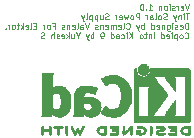
<source format=gbr>
%TF.GenerationSoftware,KiCad,Pcbnew,9.0.6*%
%TF.CreationDate,2026-01-10T22:29:01+00:00*%
%TF.ProjectId,Tiny_Solar_Power_Supply002,54696e79-5f53-46f6-9c61-725f506f7765,rev?*%
%TF.SameCoordinates,Original*%
%TF.FileFunction,Legend,Bot*%
%TF.FilePolarity,Positive*%
%FSLAX46Y46*%
G04 Gerber Fmt 4.6, Leading zero omitted, Abs format (unit mm)*
G04 Created by KiCad (PCBNEW 9.0.6) date 2026-01-10 22:29:01*
%MOMM*%
%LPD*%
G01*
G04 APERTURE LIST*
%ADD10C,0.125000*%
%ADD11C,0.010000*%
G04 APERTURE END LIST*
D10*
X135760144Y-93537393D02*
X135593478Y-94037393D01*
X135593478Y-94037393D02*
X135426811Y-93537393D01*
X135069669Y-94013584D02*
X135117288Y-94037393D01*
X135117288Y-94037393D02*
X135212526Y-94037393D01*
X135212526Y-94037393D02*
X135260145Y-94013584D01*
X135260145Y-94013584D02*
X135283954Y-93965964D01*
X135283954Y-93965964D02*
X135283954Y-93775488D01*
X135283954Y-93775488D02*
X135260145Y-93727869D01*
X135260145Y-93727869D02*
X135212526Y-93704060D01*
X135212526Y-93704060D02*
X135117288Y-93704060D01*
X135117288Y-93704060D02*
X135069669Y-93727869D01*
X135069669Y-93727869D02*
X135045859Y-93775488D01*
X135045859Y-93775488D02*
X135045859Y-93823107D01*
X135045859Y-93823107D02*
X135283954Y-93870726D01*
X134831574Y-94037393D02*
X134831574Y-93704060D01*
X134831574Y-93799298D02*
X134807764Y-93751679D01*
X134807764Y-93751679D02*
X134783955Y-93727869D01*
X134783955Y-93727869D02*
X134736336Y-93704060D01*
X134736336Y-93704060D02*
X134688717Y-93704060D01*
X134545859Y-94013584D02*
X134498240Y-94037393D01*
X134498240Y-94037393D02*
X134403002Y-94037393D01*
X134403002Y-94037393D02*
X134355383Y-94013584D01*
X134355383Y-94013584D02*
X134331574Y-93965964D01*
X134331574Y-93965964D02*
X134331574Y-93942155D01*
X134331574Y-93942155D02*
X134355383Y-93894536D01*
X134355383Y-93894536D02*
X134403002Y-93870726D01*
X134403002Y-93870726D02*
X134474431Y-93870726D01*
X134474431Y-93870726D02*
X134522050Y-93846917D01*
X134522050Y-93846917D02*
X134545859Y-93799298D01*
X134545859Y-93799298D02*
X134545859Y-93775488D01*
X134545859Y-93775488D02*
X134522050Y-93727869D01*
X134522050Y-93727869D02*
X134474431Y-93704060D01*
X134474431Y-93704060D02*
X134403002Y-93704060D01*
X134403002Y-93704060D02*
X134355383Y-93727869D01*
X134117288Y-94037393D02*
X134117288Y-93704060D01*
X134117288Y-93537393D02*
X134141097Y-93561203D01*
X134141097Y-93561203D02*
X134117288Y-93585012D01*
X134117288Y-93585012D02*
X134093478Y-93561203D01*
X134093478Y-93561203D02*
X134117288Y-93537393D01*
X134117288Y-93537393D02*
X134117288Y-93585012D01*
X133807764Y-94037393D02*
X133855383Y-94013584D01*
X133855383Y-94013584D02*
X133879193Y-93989774D01*
X133879193Y-93989774D02*
X133903002Y-93942155D01*
X133903002Y-93942155D02*
X133903002Y-93799298D01*
X133903002Y-93799298D02*
X133879193Y-93751679D01*
X133879193Y-93751679D02*
X133855383Y-93727869D01*
X133855383Y-93727869D02*
X133807764Y-93704060D01*
X133807764Y-93704060D02*
X133736336Y-93704060D01*
X133736336Y-93704060D02*
X133688717Y-93727869D01*
X133688717Y-93727869D02*
X133664907Y-93751679D01*
X133664907Y-93751679D02*
X133641098Y-93799298D01*
X133641098Y-93799298D02*
X133641098Y-93942155D01*
X133641098Y-93942155D02*
X133664907Y-93989774D01*
X133664907Y-93989774D02*
X133688717Y-94013584D01*
X133688717Y-94013584D02*
X133736336Y-94037393D01*
X133736336Y-94037393D02*
X133807764Y-94037393D01*
X133426812Y-93704060D02*
X133426812Y-94037393D01*
X133426812Y-93751679D02*
X133403002Y-93727869D01*
X133403002Y-93727869D02*
X133355383Y-93704060D01*
X133355383Y-93704060D02*
X133283955Y-93704060D01*
X133283955Y-93704060D02*
X133236336Y-93727869D01*
X133236336Y-93727869D02*
X133212526Y-93775488D01*
X133212526Y-93775488D02*
X133212526Y-94037393D01*
X132331574Y-94037393D02*
X132617288Y-94037393D01*
X132474431Y-94037393D02*
X132474431Y-93537393D01*
X132474431Y-93537393D02*
X132522050Y-93608822D01*
X132522050Y-93608822D02*
X132569669Y-93656441D01*
X132569669Y-93656441D02*
X132617288Y-93680250D01*
X132117289Y-93989774D02*
X132093479Y-94013584D01*
X132093479Y-94013584D02*
X132117289Y-94037393D01*
X132117289Y-94037393D02*
X132141098Y-94013584D01*
X132141098Y-94013584D02*
X132117289Y-93989774D01*
X132117289Y-93989774D02*
X132117289Y-94037393D01*
X131783956Y-93537393D02*
X131736337Y-93537393D01*
X131736337Y-93537393D02*
X131688718Y-93561203D01*
X131688718Y-93561203D02*
X131664908Y-93585012D01*
X131664908Y-93585012D02*
X131641099Y-93632631D01*
X131641099Y-93632631D02*
X131617289Y-93727869D01*
X131617289Y-93727869D02*
X131617289Y-93846917D01*
X131617289Y-93846917D02*
X131641099Y-93942155D01*
X131641099Y-93942155D02*
X131664908Y-93989774D01*
X131664908Y-93989774D02*
X131688718Y-94013584D01*
X131688718Y-94013584D02*
X131736337Y-94037393D01*
X131736337Y-94037393D02*
X131783956Y-94037393D01*
X131783956Y-94037393D02*
X131831575Y-94013584D01*
X131831575Y-94013584D02*
X131855384Y-93989774D01*
X131855384Y-93989774D02*
X131879194Y-93942155D01*
X131879194Y-93942155D02*
X131903003Y-93846917D01*
X131903003Y-93846917D02*
X131903003Y-93727869D01*
X131903003Y-93727869D02*
X131879194Y-93632631D01*
X131879194Y-93632631D02*
X131855384Y-93585012D01*
X131855384Y-93585012D02*
X131831575Y-93561203D01*
X131831575Y-93561203D02*
X131783956Y-93537393D01*
X135760144Y-94342365D02*
X135474430Y-94342365D01*
X135617287Y-94842365D02*
X135617287Y-94342365D01*
X135307764Y-94842365D02*
X135307764Y-94509032D01*
X135307764Y-94342365D02*
X135331573Y-94366175D01*
X135331573Y-94366175D02*
X135307764Y-94389984D01*
X135307764Y-94389984D02*
X135283954Y-94366175D01*
X135283954Y-94366175D02*
X135307764Y-94342365D01*
X135307764Y-94342365D02*
X135307764Y-94389984D01*
X135069669Y-94509032D02*
X135069669Y-94842365D01*
X135069669Y-94556651D02*
X135045859Y-94532841D01*
X135045859Y-94532841D02*
X134998240Y-94509032D01*
X134998240Y-94509032D02*
X134926812Y-94509032D01*
X134926812Y-94509032D02*
X134879193Y-94532841D01*
X134879193Y-94532841D02*
X134855383Y-94580460D01*
X134855383Y-94580460D02*
X134855383Y-94842365D01*
X134664907Y-94509032D02*
X134545859Y-94842365D01*
X134426812Y-94509032D02*
X134545859Y-94842365D01*
X134545859Y-94842365D02*
X134593478Y-94961413D01*
X134593478Y-94961413D02*
X134617288Y-94985222D01*
X134617288Y-94985222D02*
X134664907Y-95009032D01*
X133879193Y-94818556D02*
X133807765Y-94842365D01*
X133807765Y-94842365D02*
X133688717Y-94842365D01*
X133688717Y-94842365D02*
X133641098Y-94818556D01*
X133641098Y-94818556D02*
X133617289Y-94794746D01*
X133617289Y-94794746D02*
X133593479Y-94747127D01*
X133593479Y-94747127D02*
X133593479Y-94699508D01*
X133593479Y-94699508D02*
X133617289Y-94651889D01*
X133617289Y-94651889D02*
X133641098Y-94628079D01*
X133641098Y-94628079D02*
X133688717Y-94604270D01*
X133688717Y-94604270D02*
X133783955Y-94580460D01*
X133783955Y-94580460D02*
X133831574Y-94556651D01*
X133831574Y-94556651D02*
X133855384Y-94532841D01*
X133855384Y-94532841D02*
X133879193Y-94485222D01*
X133879193Y-94485222D02*
X133879193Y-94437603D01*
X133879193Y-94437603D02*
X133855384Y-94389984D01*
X133855384Y-94389984D02*
X133831574Y-94366175D01*
X133831574Y-94366175D02*
X133783955Y-94342365D01*
X133783955Y-94342365D02*
X133664908Y-94342365D01*
X133664908Y-94342365D02*
X133593479Y-94366175D01*
X133307765Y-94842365D02*
X133355384Y-94818556D01*
X133355384Y-94818556D02*
X133379194Y-94794746D01*
X133379194Y-94794746D02*
X133403003Y-94747127D01*
X133403003Y-94747127D02*
X133403003Y-94604270D01*
X133403003Y-94604270D02*
X133379194Y-94556651D01*
X133379194Y-94556651D02*
X133355384Y-94532841D01*
X133355384Y-94532841D02*
X133307765Y-94509032D01*
X133307765Y-94509032D02*
X133236337Y-94509032D01*
X133236337Y-94509032D02*
X133188718Y-94532841D01*
X133188718Y-94532841D02*
X133164908Y-94556651D01*
X133164908Y-94556651D02*
X133141099Y-94604270D01*
X133141099Y-94604270D02*
X133141099Y-94747127D01*
X133141099Y-94747127D02*
X133164908Y-94794746D01*
X133164908Y-94794746D02*
X133188718Y-94818556D01*
X133188718Y-94818556D02*
X133236337Y-94842365D01*
X133236337Y-94842365D02*
X133307765Y-94842365D01*
X132855384Y-94842365D02*
X132903003Y-94818556D01*
X132903003Y-94818556D02*
X132926813Y-94770936D01*
X132926813Y-94770936D02*
X132926813Y-94342365D01*
X132450622Y-94842365D02*
X132450622Y-94580460D01*
X132450622Y-94580460D02*
X132474432Y-94532841D01*
X132474432Y-94532841D02*
X132522051Y-94509032D01*
X132522051Y-94509032D02*
X132617289Y-94509032D01*
X132617289Y-94509032D02*
X132664908Y-94532841D01*
X132450622Y-94818556D02*
X132498241Y-94842365D01*
X132498241Y-94842365D02*
X132617289Y-94842365D01*
X132617289Y-94842365D02*
X132664908Y-94818556D01*
X132664908Y-94818556D02*
X132688717Y-94770936D01*
X132688717Y-94770936D02*
X132688717Y-94723317D01*
X132688717Y-94723317D02*
X132664908Y-94675698D01*
X132664908Y-94675698D02*
X132617289Y-94651889D01*
X132617289Y-94651889D02*
X132498241Y-94651889D01*
X132498241Y-94651889D02*
X132450622Y-94628079D01*
X132212527Y-94842365D02*
X132212527Y-94509032D01*
X132212527Y-94604270D02*
X132188717Y-94556651D01*
X132188717Y-94556651D02*
X132164908Y-94532841D01*
X132164908Y-94532841D02*
X132117289Y-94509032D01*
X132117289Y-94509032D02*
X132069670Y-94509032D01*
X131522051Y-94842365D02*
X131522051Y-94342365D01*
X131522051Y-94342365D02*
X131331575Y-94342365D01*
X131331575Y-94342365D02*
X131283956Y-94366175D01*
X131283956Y-94366175D02*
X131260146Y-94389984D01*
X131260146Y-94389984D02*
X131236337Y-94437603D01*
X131236337Y-94437603D02*
X131236337Y-94509032D01*
X131236337Y-94509032D02*
X131260146Y-94556651D01*
X131260146Y-94556651D02*
X131283956Y-94580460D01*
X131283956Y-94580460D02*
X131331575Y-94604270D01*
X131331575Y-94604270D02*
X131522051Y-94604270D01*
X130950622Y-94842365D02*
X130998241Y-94818556D01*
X130998241Y-94818556D02*
X131022051Y-94794746D01*
X131022051Y-94794746D02*
X131045860Y-94747127D01*
X131045860Y-94747127D02*
X131045860Y-94604270D01*
X131045860Y-94604270D02*
X131022051Y-94556651D01*
X131022051Y-94556651D02*
X130998241Y-94532841D01*
X130998241Y-94532841D02*
X130950622Y-94509032D01*
X130950622Y-94509032D02*
X130879194Y-94509032D01*
X130879194Y-94509032D02*
X130831575Y-94532841D01*
X130831575Y-94532841D02*
X130807765Y-94556651D01*
X130807765Y-94556651D02*
X130783956Y-94604270D01*
X130783956Y-94604270D02*
X130783956Y-94747127D01*
X130783956Y-94747127D02*
X130807765Y-94794746D01*
X130807765Y-94794746D02*
X130831575Y-94818556D01*
X130831575Y-94818556D02*
X130879194Y-94842365D01*
X130879194Y-94842365D02*
X130950622Y-94842365D01*
X130617289Y-94509032D02*
X130522051Y-94842365D01*
X130522051Y-94842365D02*
X130426813Y-94604270D01*
X130426813Y-94604270D02*
X130331575Y-94842365D01*
X130331575Y-94842365D02*
X130236337Y-94509032D01*
X129855384Y-94818556D02*
X129903003Y-94842365D01*
X129903003Y-94842365D02*
X129998241Y-94842365D01*
X129998241Y-94842365D02*
X130045860Y-94818556D01*
X130045860Y-94818556D02*
X130069669Y-94770936D01*
X130069669Y-94770936D02*
X130069669Y-94580460D01*
X130069669Y-94580460D02*
X130045860Y-94532841D01*
X130045860Y-94532841D02*
X129998241Y-94509032D01*
X129998241Y-94509032D02*
X129903003Y-94509032D01*
X129903003Y-94509032D02*
X129855384Y-94532841D01*
X129855384Y-94532841D02*
X129831574Y-94580460D01*
X129831574Y-94580460D02*
X129831574Y-94628079D01*
X129831574Y-94628079D02*
X130069669Y-94675698D01*
X129617289Y-94842365D02*
X129617289Y-94509032D01*
X129617289Y-94604270D02*
X129593479Y-94556651D01*
X129593479Y-94556651D02*
X129569670Y-94532841D01*
X129569670Y-94532841D02*
X129522051Y-94509032D01*
X129522051Y-94509032D02*
X129474432Y-94509032D01*
X128950622Y-94818556D02*
X128879194Y-94842365D01*
X128879194Y-94842365D02*
X128760146Y-94842365D01*
X128760146Y-94842365D02*
X128712527Y-94818556D01*
X128712527Y-94818556D02*
X128688718Y-94794746D01*
X128688718Y-94794746D02*
X128664908Y-94747127D01*
X128664908Y-94747127D02*
X128664908Y-94699508D01*
X128664908Y-94699508D02*
X128688718Y-94651889D01*
X128688718Y-94651889D02*
X128712527Y-94628079D01*
X128712527Y-94628079D02*
X128760146Y-94604270D01*
X128760146Y-94604270D02*
X128855384Y-94580460D01*
X128855384Y-94580460D02*
X128903003Y-94556651D01*
X128903003Y-94556651D02*
X128926813Y-94532841D01*
X128926813Y-94532841D02*
X128950622Y-94485222D01*
X128950622Y-94485222D02*
X128950622Y-94437603D01*
X128950622Y-94437603D02*
X128926813Y-94389984D01*
X128926813Y-94389984D02*
X128903003Y-94366175D01*
X128903003Y-94366175D02*
X128855384Y-94342365D01*
X128855384Y-94342365D02*
X128736337Y-94342365D01*
X128736337Y-94342365D02*
X128664908Y-94366175D01*
X128236337Y-94509032D02*
X128236337Y-94842365D01*
X128450623Y-94509032D02*
X128450623Y-94770936D01*
X128450623Y-94770936D02*
X128426813Y-94818556D01*
X128426813Y-94818556D02*
X128379194Y-94842365D01*
X128379194Y-94842365D02*
X128307766Y-94842365D01*
X128307766Y-94842365D02*
X128260147Y-94818556D01*
X128260147Y-94818556D02*
X128236337Y-94794746D01*
X127998242Y-94509032D02*
X127998242Y-95009032D01*
X127998242Y-94532841D02*
X127950623Y-94509032D01*
X127950623Y-94509032D02*
X127855385Y-94509032D01*
X127855385Y-94509032D02*
X127807766Y-94532841D01*
X127807766Y-94532841D02*
X127783956Y-94556651D01*
X127783956Y-94556651D02*
X127760147Y-94604270D01*
X127760147Y-94604270D02*
X127760147Y-94747127D01*
X127760147Y-94747127D02*
X127783956Y-94794746D01*
X127783956Y-94794746D02*
X127807766Y-94818556D01*
X127807766Y-94818556D02*
X127855385Y-94842365D01*
X127855385Y-94842365D02*
X127950623Y-94842365D01*
X127950623Y-94842365D02*
X127998242Y-94818556D01*
X127545861Y-94509032D02*
X127545861Y-95009032D01*
X127545861Y-94532841D02*
X127498242Y-94509032D01*
X127498242Y-94509032D02*
X127403004Y-94509032D01*
X127403004Y-94509032D02*
X127355385Y-94532841D01*
X127355385Y-94532841D02*
X127331575Y-94556651D01*
X127331575Y-94556651D02*
X127307766Y-94604270D01*
X127307766Y-94604270D02*
X127307766Y-94747127D01*
X127307766Y-94747127D02*
X127331575Y-94794746D01*
X127331575Y-94794746D02*
X127355385Y-94818556D01*
X127355385Y-94818556D02*
X127403004Y-94842365D01*
X127403004Y-94842365D02*
X127498242Y-94842365D01*
X127498242Y-94842365D02*
X127545861Y-94818556D01*
X127022051Y-94842365D02*
X127069670Y-94818556D01*
X127069670Y-94818556D02*
X127093480Y-94770936D01*
X127093480Y-94770936D02*
X127093480Y-94342365D01*
X126879194Y-94509032D02*
X126760146Y-94842365D01*
X126641099Y-94509032D02*
X126760146Y-94842365D01*
X126760146Y-94842365D02*
X126807765Y-94961413D01*
X126807765Y-94961413D02*
X126831575Y-94985222D01*
X126831575Y-94985222D02*
X126879194Y-95009032D01*
X135688716Y-95647337D02*
X135688716Y-95147337D01*
X135688716Y-95147337D02*
X135569668Y-95147337D01*
X135569668Y-95147337D02*
X135498240Y-95171147D01*
X135498240Y-95171147D02*
X135450621Y-95218766D01*
X135450621Y-95218766D02*
X135426811Y-95266385D01*
X135426811Y-95266385D02*
X135403002Y-95361623D01*
X135403002Y-95361623D02*
X135403002Y-95433051D01*
X135403002Y-95433051D02*
X135426811Y-95528289D01*
X135426811Y-95528289D02*
X135450621Y-95575908D01*
X135450621Y-95575908D02*
X135498240Y-95623528D01*
X135498240Y-95623528D02*
X135569668Y-95647337D01*
X135569668Y-95647337D02*
X135688716Y-95647337D01*
X134998240Y-95623528D02*
X135045859Y-95647337D01*
X135045859Y-95647337D02*
X135141097Y-95647337D01*
X135141097Y-95647337D02*
X135188716Y-95623528D01*
X135188716Y-95623528D02*
X135212525Y-95575908D01*
X135212525Y-95575908D02*
X135212525Y-95385432D01*
X135212525Y-95385432D02*
X135188716Y-95337813D01*
X135188716Y-95337813D02*
X135141097Y-95314004D01*
X135141097Y-95314004D02*
X135045859Y-95314004D01*
X135045859Y-95314004D02*
X134998240Y-95337813D01*
X134998240Y-95337813D02*
X134974430Y-95385432D01*
X134974430Y-95385432D02*
X134974430Y-95433051D01*
X134974430Y-95433051D02*
X135212525Y-95480670D01*
X134783954Y-95623528D02*
X134736335Y-95647337D01*
X134736335Y-95647337D02*
X134641097Y-95647337D01*
X134641097Y-95647337D02*
X134593478Y-95623528D01*
X134593478Y-95623528D02*
X134569669Y-95575908D01*
X134569669Y-95575908D02*
X134569669Y-95552099D01*
X134569669Y-95552099D02*
X134593478Y-95504480D01*
X134593478Y-95504480D02*
X134641097Y-95480670D01*
X134641097Y-95480670D02*
X134712526Y-95480670D01*
X134712526Y-95480670D02*
X134760145Y-95456861D01*
X134760145Y-95456861D02*
X134783954Y-95409242D01*
X134783954Y-95409242D02*
X134783954Y-95385432D01*
X134783954Y-95385432D02*
X134760145Y-95337813D01*
X134760145Y-95337813D02*
X134712526Y-95314004D01*
X134712526Y-95314004D02*
X134641097Y-95314004D01*
X134641097Y-95314004D02*
X134593478Y-95337813D01*
X134355383Y-95647337D02*
X134355383Y-95314004D01*
X134355383Y-95147337D02*
X134379192Y-95171147D01*
X134379192Y-95171147D02*
X134355383Y-95194956D01*
X134355383Y-95194956D02*
X134331573Y-95171147D01*
X134331573Y-95171147D02*
X134355383Y-95147337D01*
X134355383Y-95147337D02*
X134355383Y-95194956D01*
X133903002Y-95314004D02*
X133903002Y-95718766D01*
X133903002Y-95718766D02*
X133926812Y-95766385D01*
X133926812Y-95766385D02*
X133950621Y-95790194D01*
X133950621Y-95790194D02*
X133998240Y-95814004D01*
X133998240Y-95814004D02*
X134069669Y-95814004D01*
X134069669Y-95814004D02*
X134117288Y-95790194D01*
X133903002Y-95623528D02*
X133950621Y-95647337D01*
X133950621Y-95647337D02*
X134045859Y-95647337D01*
X134045859Y-95647337D02*
X134093478Y-95623528D01*
X134093478Y-95623528D02*
X134117288Y-95599718D01*
X134117288Y-95599718D02*
X134141097Y-95552099D01*
X134141097Y-95552099D02*
X134141097Y-95409242D01*
X134141097Y-95409242D02*
X134117288Y-95361623D01*
X134117288Y-95361623D02*
X134093478Y-95337813D01*
X134093478Y-95337813D02*
X134045859Y-95314004D01*
X134045859Y-95314004D02*
X133950621Y-95314004D01*
X133950621Y-95314004D02*
X133903002Y-95337813D01*
X133664907Y-95314004D02*
X133664907Y-95647337D01*
X133664907Y-95361623D02*
X133641097Y-95337813D01*
X133641097Y-95337813D02*
X133593478Y-95314004D01*
X133593478Y-95314004D02*
X133522050Y-95314004D01*
X133522050Y-95314004D02*
X133474431Y-95337813D01*
X133474431Y-95337813D02*
X133450621Y-95385432D01*
X133450621Y-95385432D02*
X133450621Y-95647337D01*
X133022050Y-95623528D02*
X133069669Y-95647337D01*
X133069669Y-95647337D02*
X133164907Y-95647337D01*
X133164907Y-95647337D02*
X133212526Y-95623528D01*
X133212526Y-95623528D02*
X133236335Y-95575908D01*
X133236335Y-95575908D02*
X133236335Y-95385432D01*
X133236335Y-95385432D02*
X133212526Y-95337813D01*
X133212526Y-95337813D02*
X133164907Y-95314004D01*
X133164907Y-95314004D02*
X133069669Y-95314004D01*
X133069669Y-95314004D02*
X133022050Y-95337813D01*
X133022050Y-95337813D02*
X132998240Y-95385432D01*
X132998240Y-95385432D02*
X132998240Y-95433051D01*
X132998240Y-95433051D02*
X133236335Y-95480670D01*
X132569669Y-95647337D02*
X132569669Y-95147337D01*
X132569669Y-95623528D02*
X132617288Y-95647337D01*
X132617288Y-95647337D02*
X132712526Y-95647337D01*
X132712526Y-95647337D02*
X132760145Y-95623528D01*
X132760145Y-95623528D02*
X132783955Y-95599718D01*
X132783955Y-95599718D02*
X132807764Y-95552099D01*
X132807764Y-95552099D02*
X132807764Y-95409242D01*
X132807764Y-95409242D02*
X132783955Y-95361623D01*
X132783955Y-95361623D02*
X132760145Y-95337813D01*
X132760145Y-95337813D02*
X132712526Y-95314004D01*
X132712526Y-95314004D02*
X132617288Y-95314004D01*
X132617288Y-95314004D02*
X132569669Y-95337813D01*
X131950622Y-95647337D02*
X131950622Y-95147337D01*
X131950622Y-95337813D02*
X131903003Y-95314004D01*
X131903003Y-95314004D02*
X131807765Y-95314004D01*
X131807765Y-95314004D02*
X131760146Y-95337813D01*
X131760146Y-95337813D02*
X131736336Y-95361623D01*
X131736336Y-95361623D02*
X131712527Y-95409242D01*
X131712527Y-95409242D02*
X131712527Y-95552099D01*
X131712527Y-95552099D02*
X131736336Y-95599718D01*
X131736336Y-95599718D02*
X131760146Y-95623528D01*
X131760146Y-95623528D02*
X131807765Y-95647337D01*
X131807765Y-95647337D02*
X131903003Y-95647337D01*
X131903003Y-95647337D02*
X131950622Y-95623528D01*
X131545860Y-95314004D02*
X131426812Y-95647337D01*
X131307765Y-95314004D02*
X131426812Y-95647337D01*
X131426812Y-95647337D02*
X131474431Y-95766385D01*
X131474431Y-95766385D02*
X131498241Y-95790194D01*
X131498241Y-95790194D02*
X131545860Y-95814004D01*
X130450623Y-95599718D02*
X130474432Y-95623528D01*
X130474432Y-95623528D02*
X130545861Y-95647337D01*
X130545861Y-95647337D02*
X130593480Y-95647337D01*
X130593480Y-95647337D02*
X130664908Y-95623528D01*
X130664908Y-95623528D02*
X130712527Y-95575908D01*
X130712527Y-95575908D02*
X130736337Y-95528289D01*
X130736337Y-95528289D02*
X130760146Y-95433051D01*
X130760146Y-95433051D02*
X130760146Y-95361623D01*
X130760146Y-95361623D02*
X130736337Y-95266385D01*
X130736337Y-95266385D02*
X130712527Y-95218766D01*
X130712527Y-95218766D02*
X130664908Y-95171147D01*
X130664908Y-95171147D02*
X130593480Y-95147337D01*
X130593480Y-95147337D02*
X130545861Y-95147337D01*
X130545861Y-95147337D02*
X130474432Y-95171147D01*
X130474432Y-95171147D02*
X130450623Y-95194956D01*
X130164908Y-95647337D02*
X130212527Y-95623528D01*
X130212527Y-95623528D02*
X130236337Y-95575908D01*
X130236337Y-95575908D02*
X130236337Y-95147337D01*
X129783956Y-95623528D02*
X129831575Y-95647337D01*
X129831575Y-95647337D02*
X129926813Y-95647337D01*
X129926813Y-95647337D02*
X129974432Y-95623528D01*
X129974432Y-95623528D02*
X129998241Y-95575908D01*
X129998241Y-95575908D02*
X129998241Y-95385432D01*
X129998241Y-95385432D02*
X129974432Y-95337813D01*
X129974432Y-95337813D02*
X129926813Y-95314004D01*
X129926813Y-95314004D02*
X129831575Y-95314004D01*
X129831575Y-95314004D02*
X129783956Y-95337813D01*
X129783956Y-95337813D02*
X129760146Y-95385432D01*
X129760146Y-95385432D02*
X129760146Y-95433051D01*
X129760146Y-95433051D02*
X129998241Y-95480670D01*
X129545861Y-95647337D02*
X129545861Y-95314004D01*
X129545861Y-95361623D02*
X129522051Y-95337813D01*
X129522051Y-95337813D02*
X129474432Y-95314004D01*
X129474432Y-95314004D02*
X129403004Y-95314004D01*
X129403004Y-95314004D02*
X129355385Y-95337813D01*
X129355385Y-95337813D02*
X129331575Y-95385432D01*
X129331575Y-95385432D02*
X129331575Y-95647337D01*
X129331575Y-95385432D02*
X129307766Y-95337813D01*
X129307766Y-95337813D02*
X129260147Y-95314004D01*
X129260147Y-95314004D02*
X129188718Y-95314004D01*
X129188718Y-95314004D02*
X129141099Y-95337813D01*
X129141099Y-95337813D02*
X129117289Y-95385432D01*
X129117289Y-95385432D02*
X129117289Y-95647337D01*
X128688718Y-95623528D02*
X128736337Y-95647337D01*
X128736337Y-95647337D02*
X128831575Y-95647337D01*
X128831575Y-95647337D02*
X128879194Y-95623528D01*
X128879194Y-95623528D02*
X128903003Y-95575908D01*
X128903003Y-95575908D02*
X128903003Y-95385432D01*
X128903003Y-95385432D02*
X128879194Y-95337813D01*
X128879194Y-95337813D02*
X128831575Y-95314004D01*
X128831575Y-95314004D02*
X128736337Y-95314004D01*
X128736337Y-95314004D02*
X128688718Y-95337813D01*
X128688718Y-95337813D02*
X128664908Y-95385432D01*
X128664908Y-95385432D02*
X128664908Y-95433051D01*
X128664908Y-95433051D02*
X128903003Y-95480670D01*
X128450623Y-95314004D02*
X128450623Y-95647337D01*
X128450623Y-95361623D02*
X128426813Y-95337813D01*
X128426813Y-95337813D02*
X128379194Y-95314004D01*
X128379194Y-95314004D02*
X128307766Y-95314004D01*
X128307766Y-95314004D02*
X128260147Y-95337813D01*
X128260147Y-95337813D02*
X128236337Y-95385432D01*
X128236337Y-95385432D02*
X128236337Y-95647337D01*
X128022051Y-95623528D02*
X127974432Y-95647337D01*
X127974432Y-95647337D02*
X127879194Y-95647337D01*
X127879194Y-95647337D02*
X127831575Y-95623528D01*
X127831575Y-95623528D02*
X127807766Y-95575908D01*
X127807766Y-95575908D02*
X127807766Y-95552099D01*
X127807766Y-95552099D02*
X127831575Y-95504480D01*
X127831575Y-95504480D02*
X127879194Y-95480670D01*
X127879194Y-95480670D02*
X127950623Y-95480670D01*
X127950623Y-95480670D02*
X127998242Y-95456861D01*
X127998242Y-95456861D02*
X128022051Y-95409242D01*
X128022051Y-95409242D02*
X128022051Y-95385432D01*
X128022051Y-95385432D02*
X127998242Y-95337813D01*
X127998242Y-95337813D02*
X127950623Y-95314004D01*
X127950623Y-95314004D02*
X127879194Y-95314004D01*
X127879194Y-95314004D02*
X127831575Y-95337813D01*
X127283956Y-95147337D02*
X127117290Y-95647337D01*
X127117290Y-95647337D02*
X126950623Y-95147337D01*
X126569671Y-95647337D02*
X126569671Y-95385432D01*
X126569671Y-95385432D02*
X126593481Y-95337813D01*
X126593481Y-95337813D02*
X126641100Y-95314004D01*
X126641100Y-95314004D02*
X126736338Y-95314004D01*
X126736338Y-95314004D02*
X126783957Y-95337813D01*
X126569671Y-95623528D02*
X126617290Y-95647337D01*
X126617290Y-95647337D02*
X126736338Y-95647337D01*
X126736338Y-95647337D02*
X126783957Y-95623528D01*
X126783957Y-95623528D02*
X126807766Y-95575908D01*
X126807766Y-95575908D02*
X126807766Y-95528289D01*
X126807766Y-95528289D02*
X126783957Y-95480670D01*
X126783957Y-95480670D02*
X126736338Y-95456861D01*
X126736338Y-95456861D02*
X126617290Y-95456861D01*
X126617290Y-95456861D02*
X126569671Y-95433051D01*
X126260147Y-95647337D02*
X126307766Y-95623528D01*
X126307766Y-95623528D02*
X126331576Y-95575908D01*
X126331576Y-95575908D02*
X126331576Y-95147337D01*
X125879195Y-95623528D02*
X125926814Y-95647337D01*
X125926814Y-95647337D02*
X126022052Y-95647337D01*
X126022052Y-95647337D02*
X126069671Y-95623528D01*
X126069671Y-95623528D02*
X126093480Y-95575908D01*
X126093480Y-95575908D02*
X126093480Y-95385432D01*
X126093480Y-95385432D02*
X126069671Y-95337813D01*
X126069671Y-95337813D02*
X126022052Y-95314004D01*
X126022052Y-95314004D02*
X125926814Y-95314004D01*
X125926814Y-95314004D02*
X125879195Y-95337813D01*
X125879195Y-95337813D02*
X125855385Y-95385432D01*
X125855385Y-95385432D02*
X125855385Y-95433051D01*
X125855385Y-95433051D02*
X126093480Y-95480670D01*
X125641100Y-95314004D02*
X125641100Y-95647337D01*
X125641100Y-95361623D02*
X125617290Y-95337813D01*
X125617290Y-95337813D02*
X125569671Y-95314004D01*
X125569671Y-95314004D02*
X125498243Y-95314004D01*
X125498243Y-95314004D02*
X125450624Y-95337813D01*
X125450624Y-95337813D02*
X125426814Y-95385432D01*
X125426814Y-95385432D02*
X125426814Y-95647337D01*
X125212528Y-95623528D02*
X125164909Y-95647337D01*
X125164909Y-95647337D02*
X125069671Y-95647337D01*
X125069671Y-95647337D02*
X125022052Y-95623528D01*
X125022052Y-95623528D02*
X124998243Y-95575908D01*
X124998243Y-95575908D02*
X124998243Y-95552099D01*
X124998243Y-95552099D02*
X125022052Y-95504480D01*
X125022052Y-95504480D02*
X125069671Y-95480670D01*
X125069671Y-95480670D02*
X125141100Y-95480670D01*
X125141100Y-95480670D02*
X125188719Y-95456861D01*
X125188719Y-95456861D02*
X125212528Y-95409242D01*
X125212528Y-95409242D02*
X125212528Y-95385432D01*
X125212528Y-95385432D02*
X125188719Y-95337813D01*
X125188719Y-95337813D02*
X125141100Y-95314004D01*
X125141100Y-95314004D02*
X125069671Y-95314004D01*
X125069671Y-95314004D02*
X125022052Y-95337813D01*
X124236338Y-95385432D02*
X124403005Y-95385432D01*
X124403005Y-95647337D02*
X124403005Y-95147337D01*
X124403005Y-95147337D02*
X124164910Y-95147337D01*
X123903005Y-95647337D02*
X123950624Y-95623528D01*
X123950624Y-95623528D02*
X123974434Y-95599718D01*
X123974434Y-95599718D02*
X123998243Y-95552099D01*
X123998243Y-95552099D02*
X123998243Y-95409242D01*
X123998243Y-95409242D02*
X123974434Y-95361623D01*
X123974434Y-95361623D02*
X123950624Y-95337813D01*
X123950624Y-95337813D02*
X123903005Y-95314004D01*
X123903005Y-95314004D02*
X123831577Y-95314004D01*
X123831577Y-95314004D02*
X123783958Y-95337813D01*
X123783958Y-95337813D02*
X123760148Y-95361623D01*
X123760148Y-95361623D02*
X123736339Y-95409242D01*
X123736339Y-95409242D02*
X123736339Y-95552099D01*
X123736339Y-95552099D02*
X123760148Y-95599718D01*
X123760148Y-95599718D02*
X123783958Y-95623528D01*
X123783958Y-95623528D02*
X123831577Y-95647337D01*
X123831577Y-95647337D02*
X123903005Y-95647337D01*
X123522053Y-95647337D02*
X123522053Y-95314004D01*
X123522053Y-95409242D02*
X123498243Y-95361623D01*
X123498243Y-95361623D02*
X123474434Y-95337813D01*
X123474434Y-95337813D02*
X123426815Y-95314004D01*
X123426815Y-95314004D02*
X123379196Y-95314004D01*
X122831577Y-95385432D02*
X122664910Y-95385432D01*
X122593482Y-95647337D02*
X122831577Y-95647337D01*
X122831577Y-95647337D02*
X122831577Y-95147337D01*
X122831577Y-95147337D02*
X122593482Y-95147337D01*
X122307767Y-95647337D02*
X122355386Y-95623528D01*
X122355386Y-95623528D02*
X122379196Y-95575908D01*
X122379196Y-95575908D02*
X122379196Y-95147337D01*
X121926815Y-95623528D02*
X121974434Y-95647337D01*
X121974434Y-95647337D02*
X122069672Y-95647337D01*
X122069672Y-95647337D02*
X122117291Y-95623528D01*
X122117291Y-95623528D02*
X122141100Y-95575908D01*
X122141100Y-95575908D02*
X122141100Y-95385432D01*
X122141100Y-95385432D02*
X122117291Y-95337813D01*
X122117291Y-95337813D02*
X122069672Y-95314004D01*
X122069672Y-95314004D02*
X121974434Y-95314004D01*
X121974434Y-95314004D02*
X121926815Y-95337813D01*
X121926815Y-95337813D02*
X121903005Y-95385432D01*
X121903005Y-95385432D02*
X121903005Y-95433051D01*
X121903005Y-95433051D02*
X122141100Y-95480670D01*
X121688720Y-95647337D02*
X121688720Y-95147337D01*
X121641101Y-95456861D02*
X121498244Y-95647337D01*
X121498244Y-95314004D02*
X121688720Y-95504480D01*
X121355386Y-95314004D02*
X121164910Y-95314004D01*
X121283958Y-95147337D02*
X121283958Y-95575908D01*
X121283958Y-95575908D02*
X121260148Y-95623528D01*
X121260148Y-95623528D02*
X121212529Y-95647337D01*
X121212529Y-95647337D02*
X121164910Y-95647337D01*
X120926815Y-95647337D02*
X120974434Y-95623528D01*
X120974434Y-95623528D02*
X120998244Y-95599718D01*
X120998244Y-95599718D02*
X121022053Y-95552099D01*
X121022053Y-95552099D02*
X121022053Y-95409242D01*
X121022053Y-95409242D02*
X120998244Y-95361623D01*
X120998244Y-95361623D02*
X120974434Y-95337813D01*
X120974434Y-95337813D02*
X120926815Y-95314004D01*
X120926815Y-95314004D02*
X120855387Y-95314004D01*
X120855387Y-95314004D02*
X120807768Y-95337813D01*
X120807768Y-95337813D02*
X120783958Y-95361623D01*
X120783958Y-95361623D02*
X120760149Y-95409242D01*
X120760149Y-95409242D02*
X120760149Y-95552099D01*
X120760149Y-95552099D02*
X120783958Y-95599718D01*
X120783958Y-95599718D02*
X120807768Y-95623528D01*
X120807768Y-95623528D02*
X120855387Y-95647337D01*
X120855387Y-95647337D02*
X120926815Y-95647337D01*
X120545863Y-95647337D02*
X120545863Y-95314004D01*
X120545863Y-95409242D02*
X120522053Y-95361623D01*
X120522053Y-95361623D02*
X120498244Y-95337813D01*
X120498244Y-95337813D02*
X120450625Y-95314004D01*
X120450625Y-95314004D02*
X120403006Y-95314004D01*
X120236339Y-95599718D02*
X120212529Y-95623528D01*
X120212529Y-95623528D02*
X120236339Y-95647337D01*
X120236339Y-95647337D02*
X120260148Y-95623528D01*
X120260148Y-95623528D02*
X120236339Y-95599718D01*
X120236339Y-95599718D02*
X120236339Y-95647337D01*
X135403002Y-96404690D02*
X135426811Y-96428500D01*
X135426811Y-96428500D02*
X135498240Y-96452309D01*
X135498240Y-96452309D02*
X135545859Y-96452309D01*
X135545859Y-96452309D02*
X135617287Y-96428500D01*
X135617287Y-96428500D02*
X135664906Y-96380880D01*
X135664906Y-96380880D02*
X135688716Y-96333261D01*
X135688716Y-96333261D02*
X135712525Y-96238023D01*
X135712525Y-96238023D02*
X135712525Y-96166595D01*
X135712525Y-96166595D02*
X135688716Y-96071357D01*
X135688716Y-96071357D02*
X135664906Y-96023738D01*
X135664906Y-96023738D02*
X135617287Y-95976119D01*
X135617287Y-95976119D02*
X135545859Y-95952309D01*
X135545859Y-95952309D02*
X135498240Y-95952309D01*
X135498240Y-95952309D02*
X135426811Y-95976119D01*
X135426811Y-95976119D02*
X135403002Y-95999928D01*
X135117287Y-96452309D02*
X135164906Y-96428500D01*
X135164906Y-96428500D02*
X135188716Y-96404690D01*
X135188716Y-96404690D02*
X135212525Y-96357071D01*
X135212525Y-96357071D02*
X135212525Y-96214214D01*
X135212525Y-96214214D02*
X135188716Y-96166595D01*
X135188716Y-96166595D02*
X135164906Y-96142785D01*
X135164906Y-96142785D02*
X135117287Y-96118976D01*
X135117287Y-96118976D02*
X135045859Y-96118976D01*
X135045859Y-96118976D02*
X134998240Y-96142785D01*
X134998240Y-96142785D02*
X134974430Y-96166595D01*
X134974430Y-96166595D02*
X134950621Y-96214214D01*
X134950621Y-96214214D02*
X134950621Y-96357071D01*
X134950621Y-96357071D02*
X134974430Y-96404690D01*
X134974430Y-96404690D02*
X134998240Y-96428500D01*
X134998240Y-96428500D02*
X135045859Y-96452309D01*
X135045859Y-96452309D02*
X135117287Y-96452309D01*
X134736335Y-96118976D02*
X134736335Y-96618976D01*
X134736335Y-96142785D02*
X134688716Y-96118976D01*
X134688716Y-96118976D02*
X134593478Y-96118976D01*
X134593478Y-96118976D02*
X134545859Y-96142785D01*
X134545859Y-96142785D02*
X134522049Y-96166595D01*
X134522049Y-96166595D02*
X134498240Y-96214214D01*
X134498240Y-96214214D02*
X134498240Y-96357071D01*
X134498240Y-96357071D02*
X134522049Y-96404690D01*
X134522049Y-96404690D02*
X134545859Y-96428500D01*
X134545859Y-96428500D02*
X134593478Y-96452309D01*
X134593478Y-96452309D02*
X134688716Y-96452309D01*
X134688716Y-96452309D02*
X134736335Y-96428500D01*
X134283954Y-96452309D02*
X134283954Y-96118976D01*
X134283954Y-95952309D02*
X134307763Y-95976119D01*
X134307763Y-95976119D02*
X134283954Y-95999928D01*
X134283954Y-95999928D02*
X134260144Y-95976119D01*
X134260144Y-95976119D02*
X134283954Y-95952309D01*
X134283954Y-95952309D02*
X134283954Y-95999928D01*
X133855383Y-96428500D02*
X133903002Y-96452309D01*
X133903002Y-96452309D02*
X133998240Y-96452309D01*
X133998240Y-96452309D02*
X134045859Y-96428500D01*
X134045859Y-96428500D02*
X134069668Y-96380880D01*
X134069668Y-96380880D02*
X134069668Y-96190404D01*
X134069668Y-96190404D02*
X134045859Y-96142785D01*
X134045859Y-96142785D02*
X133998240Y-96118976D01*
X133998240Y-96118976D02*
X133903002Y-96118976D01*
X133903002Y-96118976D02*
X133855383Y-96142785D01*
X133855383Y-96142785D02*
X133831573Y-96190404D01*
X133831573Y-96190404D02*
X133831573Y-96238023D01*
X133831573Y-96238023D02*
X134069668Y-96285642D01*
X133403002Y-96452309D02*
X133403002Y-95952309D01*
X133403002Y-96428500D02*
X133450621Y-96452309D01*
X133450621Y-96452309D02*
X133545859Y-96452309D01*
X133545859Y-96452309D02*
X133593478Y-96428500D01*
X133593478Y-96428500D02*
X133617288Y-96404690D01*
X133617288Y-96404690D02*
X133641097Y-96357071D01*
X133641097Y-96357071D02*
X133641097Y-96214214D01*
X133641097Y-96214214D02*
X133617288Y-96166595D01*
X133617288Y-96166595D02*
X133593478Y-96142785D01*
X133593478Y-96142785D02*
X133545859Y-96118976D01*
X133545859Y-96118976D02*
X133450621Y-96118976D01*
X133450621Y-96118976D02*
X133403002Y-96142785D01*
X132783955Y-96452309D02*
X132783955Y-96118976D01*
X132783955Y-95952309D02*
X132807764Y-95976119D01*
X132807764Y-95976119D02*
X132783955Y-95999928D01*
X132783955Y-95999928D02*
X132760145Y-95976119D01*
X132760145Y-95976119D02*
X132783955Y-95952309D01*
X132783955Y-95952309D02*
X132783955Y-95999928D01*
X132545860Y-96118976D02*
X132545860Y-96452309D01*
X132545860Y-96166595D02*
X132522050Y-96142785D01*
X132522050Y-96142785D02*
X132474431Y-96118976D01*
X132474431Y-96118976D02*
X132403003Y-96118976D01*
X132403003Y-96118976D02*
X132355384Y-96142785D01*
X132355384Y-96142785D02*
X132331574Y-96190404D01*
X132331574Y-96190404D02*
X132331574Y-96452309D01*
X132164907Y-96118976D02*
X131974431Y-96118976D01*
X132093479Y-95952309D02*
X132093479Y-96380880D01*
X132093479Y-96380880D02*
X132069669Y-96428500D01*
X132069669Y-96428500D02*
X132022050Y-96452309D01*
X132022050Y-96452309D02*
X131974431Y-96452309D01*
X131736336Y-96452309D02*
X131783955Y-96428500D01*
X131783955Y-96428500D02*
X131807765Y-96404690D01*
X131807765Y-96404690D02*
X131831574Y-96357071D01*
X131831574Y-96357071D02*
X131831574Y-96214214D01*
X131831574Y-96214214D02*
X131807765Y-96166595D01*
X131807765Y-96166595D02*
X131783955Y-96142785D01*
X131783955Y-96142785D02*
X131736336Y-96118976D01*
X131736336Y-96118976D02*
X131664908Y-96118976D01*
X131664908Y-96118976D02*
X131617289Y-96142785D01*
X131617289Y-96142785D02*
X131593479Y-96166595D01*
X131593479Y-96166595D02*
X131569670Y-96214214D01*
X131569670Y-96214214D02*
X131569670Y-96357071D01*
X131569670Y-96357071D02*
X131593479Y-96404690D01*
X131593479Y-96404690D02*
X131617289Y-96428500D01*
X131617289Y-96428500D02*
X131664908Y-96452309D01*
X131664908Y-96452309D02*
X131736336Y-96452309D01*
X130974432Y-96452309D02*
X130974432Y-95952309D01*
X130688718Y-96452309D02*
X130903003Y-96166595D01*
X130688718Y-95952309D02*
X130974432Y-96238023D01*
X130474432Y-96452309D02*
X130474432Y-96118976D01*
X130474432Y-95952309D02*
X130498241Y-95976119D01*
X130498241Y-95976119D02*
X130474432Y-95999928D01*
X130474432Y-95999928D02*
X130450622Y-95976119D01*
X130450622Y-95976119D02*
X130474432Y-95952309D01*
X130474432Y-95952309D02*
X130474432Y-95999928D01*
X130022051Y-96428500D02*
X130069670Y-96452309D01*
X130069670Y-96452309D02*
X130164908Y-96452309D01*
X130164908Y-96452309D02*
X130212527Y-96428500D01*
X130212527Y-96428500D02*
X130236337Y-96404690D01*
X130236337Y-96404690D02*
X130260146Y-96357071D01*
X130260146Y-96357071D02*
X130260146Y-96214214D01*
X130260146Y-96214214D02*
X130236337Y-96166595D01*
X130236337Y-96166595D02*
X130212527Y-96142785D01*
X130212527Y-96142785D02*
X130164908Y-96118976D01*
X130164908Y-96118976D02*
X130069670Y-96118976D01*
X130069670Y-96118976D02*
X130022051Y-96142785D01*
X129593480Y-96452309D02*
X129593480Y-96190404D01*
X129593480Y-96190404D02*
X129617290Y-96142785D01*
X129617290Y-96142785D02*
X129664909Y-96118976D01*
X129664909Y-96118976D02*
X129760147Y-96118976D01*
X129760147Y-96118976D02*
X129807766Y-96142785D01*
X129593480Y-96428500D02*
X129641099Y-96452309D01*
X129641099Y-96452309D02*
X129760147Y-96452309D01*
X129760147Y-96452309D02*
X129807766Y-96428500D01*
X129807766Y-96428500D02*
X129831575Y-96380880D01*
X129831575Y-96380880D02*
X129831575Y-96333261D01*
X129831575Y-96333261D02*
X129807766Y-96285642D01*
X129807766Y-96285642D02*
X129760147Y-96261833D01*
X129760147Y-96261833D02*
X129641099Y-96261833D01*
X129641099Y-96261833D02*
X129593480Y-96238023D01*
X129141099Y-96452309D02*
X129141099Y-95952309D01*
X129141099Y-96428500D02*
X129188718Y-96452309D01*
X129188718Y-96452309D02*
X129283956Y-96452309D01*
X129283956Y-96452309D02*
X129331575Y-96428500D01*
X129331575Y-96428500D02*
X129355385Y-96404690D01*
X129355385Y-96404690D02*
X129379194Y-96357071D01*
X129379194Y-96357071D02*
X129379194Y-96214214D01*
X129379194Y-96214214D02*
X129355385Y-96166595D01*
X129355385Y-96166595D02*
X129331575Y-96142785D01*
X129331575Y-96142785D02*
X129283956Y-96118976D01*
X129283956Y-96118976D02*
X129188718Y-96118976D01*
X129188718Y-96118976D02*
X129141099Y-96142785D01*
X128498242Y-96452309D02*
X128403004Y-96452309D01*
X128403004Y-96452309D02*
X128355385Y-96428500D01*
X128355385Y-96428500D02*
X128331576Y-96404690D01*
X128331576Y-96404690D02*
X128283957Y-96333261D01*
X128283957Y-96333261D02*
X128260147Y-96238023D01*
X128260147Y-96238023D02*
X128260147Y-96047547D01*
X128260147Y-96047547D02*
X128283957Y-95999928D01*
X128283957Y-95999928D02*
X128307766Y-95976119D01*
X128307766Y-95976119D02*
X128355385Y-95952309D01*
X128355385Y-95952309D02*
X128450623Y-95952309D01*
X128450623Y-95952309D02*
X128498242Y-95976119D01*
X128498242Y-95976119D02*
X128522052Y-95999928D01*
X128522052Y-95999928D02*
X128545861Y-96047547D01*
X128545861Y-96047547D02*
X128545861Y-96166595D01*
X128545861Y-96166595D02*
X128522052Y-96214214D01*
X128522052Y-96214214D02*
X128498242Y-96238023D01*
X128498242Y-96238023D02*
X128450623Y-96261833D01*
X128450623Y-96261833D02*
X128355385Y-96261833D01*
X128355385Y-96261833D02*
X128307766Y-96238023D01*
X128307766Y-96238023D02*
X128283957Y-96214214D01*
X128283957Y-96214214D02*
X128260147Y-96166595D01*
X127664910Y-96452309D02*
X127664910Y-95952309D01*
X127664910Y-96142785D02*
X127617291Y-96118976D01*
X127617291Y-96118976D02*
X127522053Y-96118976D01*
X127522053Y-96118976D02*
X127474434Y-96142785D01*
X127474434Y-96142785D02*
X127450624Y-96166595D01*
X127450624Y-96166595D02*
X127426815Y-96214214D01*
X127426815Y-96214214D02*
X127426815Y-96357071D01*
X127426815Y-96357071D02*
X127450624Y-96404690D01*
X127450624Y-96404690D02*
X127474434Y-96428500D01*
X127474434Y-96428500D02*
X127522053Y-96452309D01*
X127522053Y-96452309D02*
X127617291Y-96452309D01*
X127617291Y-96452309D02*
X127664910Y-96428500D01*
X127260148Y-96118976D02*
X127141100Y-96452309D01*
X127022053Y-96118976D02*
X127141100Y-96452309D01*
X127141100Y-96452309D02*
X127188719Y-96571357D01*
X127188719Y-96571357D02*
X127212529Y-96595166D01*
X127212529Y-96595166D02*
X127260148Y-96618976D01*
X126355387Y-96214214D02*
X126355387Y-96452309D01*
X126522053Y-95952309D02*
X126355387Y-96214214D01*
X126355387Y-96214214D02*
X126188720Y-95952309D01*
X125807768Y-96118976D02*
X125807768Y-96452309D01*
X126022054Y-96118976D02*
X126022054Y-96380880D01*
X126022054Y-96380880D02*
X125998244Y-96428500D01*
X125998244Y-96428500D02*
X125950625Y-96452309D01*
X125950625Y-96452309D02*
X125879197Y-96452309D01*
X125879197Y-96452309D02*
X125831578Y-96428500D01*
X125831578Y-96428500D02*
X125807768Y-96404690D01*
X125569673Y-96452309D02*
X125569673Y-95952309D01*
X125522054Y-96261833D02*
X125379197Y-96452309D01*
X125379197Y-96118976D02*
X125569673Y-96309452D01*
X124974435Y-96428500D02*
X125022054Y-96452309D01*
X125022054Y-96452309D02*
X125117292Y-96452309D01*
X125117292Y-96452309D02*
X125164911Y-96428500D01*
X125164911Y-96428500D02*
X125188720Y-96380880D01*
X125188720Y-96380880D02*
X125188720Y-96190404D01*
X125188720Y-96190404D02*
X125164911Y-96142785D01*
X125164911Y-96142785D02*
X125117292Y-96118976D01*
X125117292Y-96118976D02*
X125022054Y-96118976D01*
X125022054Y-96118976D02*
X124974435Y-96142785D01*
X124974435Y-96142785D02*
X124950625Y-96190404D01*
X124950625Y-96190404D02*
X124950625Y-96238023D01*
X124950625Y-96238023D02*
X125188720Y-96285642D01*
X124760149Y-96428500D02*
X124712530Y-96452309D01*
X124712530Y-96452309D02*
X124617292Y-96452309D01*
X124617292Y-96452309D02*
X124569673Y-96428500D01*
X124569673Y-96428500D02*
X124545864Y-96380880D01*
X124545864Y-96380880D02*
X124545864Y-96357071D01*
X124545864Y-96357071D02*
X124569673Y-96309452D01*
X124569673Y-96309452D02*
X124617292Y-96285642D01*
X124617292Y-96285642D02*
X124688721Y-96285642D01*
X124688721Y-96285642D02*
X124736340Y-96261833D01*
X124736340Y-96261833D02*
X124760149Y-96214214D01*
X124760149Y-96214214D02*
X124760149Y-96190404D01*
X124760149Y-96190404D02*
X124736340Y-96142785D01*
X124736340Y-96142785D02*
X124688721Y-96118976D01*
X124688721Y-96118976D02*
X124617292Y-96118976D01*
X124617292Y-96118976D02*
X124569673Y-96142785D01*
X124331578Y-96452309D02*
X124331578Y-95952309D01*
X124117292Y-96452309D02*
X124117292Y-96190404D01*
X124117292Y-96190404D02*
X124141102Y-96142785D01*
X124141102Y-96142785D02*
X124188721Y-96118976D01*
X124188721Y-96118976D02*
X124260149Y-96118976D01*
X124260149Y-96118976D02*
X124307768Y-96142785D01*
X124307768Y-96142785D02*
X124331578Y-96166595D01*
X123522054Y-96428500D02*
X123450626Y-96452309D01*
X123450626Y-96452309D02*
X123331578Y-96452309D01*
X123331578Y-96452309D02*
X123283959Y-96428500D01*
X123283959Y-96428500D02*
X123260150Y-96404690D01*
X123260150Y-96404690D02*
X123236340Y-96357071D01*
X123236340Y-96357071D02*
X123236340Y-96309452D01*
X123236340Y-96309452D02*
X123260150Y-96261833D01*
X123260150Y-96261833D02*
X123283959Y-96238023D01*
X123283959Y-96238023D02*
X123331578Y-96214214D01*
X123331578Y-96214214D02*
X123426816Y-96190404D01*
X123426816Y-96190404D02*
X123474435Y-96166595D01*
X123474435Y-96166595D02*
X123498245Y-96142785D01*
X123498245Y-96142785D02*
X123522054Y-96095166D01*
X123522054Y-96095166D02*
X123522054Y-96047547D01*
X123522054Y-96047547D02*
X123498245Y-95999928D01*
X123498245Y-95999928D02*
X123474435Y-95976119D01*
X123474435Y-95976119D02*
X123426816Y-95952309D01*
X123426816Y-95952309D02*
X123307769Y-95952309D01*
X123307769Y-95952309D02*
X123236340Y-95976119D01*
D11*
%TO.C,REF\u002A\u002A*%
X125395406Y-103874949D02*
X125421127Y-103890647D01*
X125447778Y-103912227D01*
X125447778Y-104559684D01*
X125421127Y-104581264D01*
X125389767Y-104598739D01*
X125353966Y-104599575D01*
X125322528Y-104579082D01*
X125318652Y-104574416D01*
X125313186Y-104564949D01*
X125308979Y-104551267D01*
X125305867Y-104530748D01*
X125303687Y-104500768D01*
X125302276Y-104458704D01*
X125301471Y-104401932D01*
X125301107Y-104327830D01*
X125301022Y-104233773D01*
X125301022Y-103912227D01*
X125327673Y-103890647D01*
X125351386Y-103875877D01*
X125374400Y-103869067D01*
X125395406Y-103874949D01*
G36*
X125395406Y-103874949D02*
G01*
X125421127Y-103890647D01*
X125447778Y-103912227D01*
X125447778Y-104559684D01*
X125421127Y-104581264D01*
X125389767Y-104598739D01*
X125353966Y-104599575D01*
X125322528Y-104579082D01*
X125318652Y-104574416D01*
X125313186Y-104564949D01*
X125308979Y-104551267D01*
X125305867Y-104530748D01*
X125303687Y-104500768D01*
X125302276Y-104458704D01*
X125301471Y-104401932D01*
X125301107Y-104327830D01*
X125301022Y-104233773D01*
X125301022Y-103912227D01*
X125327673Y-103890647D01*
X125351386Y-103875877D01*
X125374400Y-103869067D01*
X125395406Y-103874949D01*
G37*
X132526137Y-103873463D02*
X132560291Y-103896776D01*
X132588000Y-103924485D01*
X132588000Y-104237537D01*
X132587959Y-104321567D01*
X132587701Y-104395789D01*
X132587030Y-104452541D01*
X132585752Y-104494512D01*
X132583673Y-104524389D01*
X132580599Y-104544861D01*
X132576334Y-104558614D01*
X132570684Y-104568337D01*
X132563455Y-104576717D01*
X132531991Y-104598181D01*
X132496826Y-104599947D01*
X132463822Y-104580267D01*
X132458516Y-104574398D01*
X132453066Y-104565314D01*
X132448900Y-104551973D01*
X132445846Y-104531757D01*
X132443732Y-104502049D01*
X132442386Y-104460232D01*
X132441638Y-104403689D01*
X132441314Y-104329802D01*
X132441245Y-104235956D01*
X132441284Y-104160294D01*
X132441539Y-104082385D01*
X132442183Y-104022375D01*
X132443387Y-103977648D01*
X132445324Y-103945585D01*
X132448164Y-103923571D01*
X132452079Y-103908987D01*
X132457242Y-103899218D01*
X132463822Y-103891645D01*
X132493006Y-103872623D01*
X132526137Y-103873463D01*
G36*
X132526137Y-103873463D02*
G01*
X132560291Y-103896776D01*
X132588000Y-103924485D01*
X132588000Y-104237537D01*
X132587959Y-104321567D01*
X132587701Y-104395789D01*
X132587030Y-104452541D01*
X132585752Y-104494512D01*
X132583673Y-104524389D01*
X132580599Y-104544861D01*
X132576334Y-104558614D01*
X132570684Y-104568337D01*
X132563455Y-104576717D01*
X132531991Y-104598181D01*
X132496826Y-104599947D01*
X132463822Y-104580267D01*
X132458516Y-104574398D01*
X132453066Y-104565314D01*
X132448900Y-104551973D01*
X132445846Y-104531757D01*
X132443732Y-104502049D01*
X132442386Y-104460232D01*
X132441638Y-104403689D01*
X132441314Y-104329802D01*
X132441245Y-104235956D01*
X132441284Y-104160294D01*
X132441539Y-104082385D01*
X132442183Y-104022375D01*
X132443387Y-103977648D01*
X132445324Y-103945585D01*
X132448164Y-103923571D01*
X132452079Y-103908987D01*
X132457242Y-103899218D01*
X132463822Y-103891645D01*
X132493006Y-103872623D01*
X132526137Y-103873463D01*
G37*
X131994562Y-98632850D02*
X132077313Y-98660053D01*
X132152406Y-98705484D01*
X132224298Y-98771302D01*
X132262846Y-98815567D01*
X132302256Y-98873961D01*
X132327446Y-98934586D01*
X132340861Y-99003865D01*
X132344948Y-99088222D01*
X132344669Y-99134307D01*
X132342460Y-99175450D01*
X132336894Y-99207582D01*
X132326586Y-99238122D01*
X132310148Y-99274489D01*
X132296200Y-99301728D01*
X132237665Y-99387429D01*
X132165619Y-99456617D01*
X132081947Y-99507741D01*
X131988531Y-99539250D01*
X131955434Y-99546225D01*
X131914960Y-99553094D01*
X131881999Y-99554919D01*
X131847698Y-99551947D01*
X131803200Y-99544426D01*
X131751934Y-99532002D01*
X131661434Y-99494112D01*
X131582345Y-99439836D01*
X131516528Y-99371770D01*
X131465840Y-99292511D01*
X131432140Y-99204654D01*
X131417286Y-99110795D01*
X131423136Y-99013530D01*
X131449399Y-98917220D01*
X131494418Y-98828494D01*
X131555373Y-98753419D01*
X131630184Y-98693641D01*
X131716768Y-98650809D01*
X131813043Y-98626571D01*
X131916928Y-98622576D01*
X131994562Y-98632850D01*
G36*
X131994562Y-98632850D02*
G01*
X132077313Y-98660053D01*
X132152406Y-98705484D01*
X132224298Y-98771302D01*
X132262846Y-98815567D01*
X132302256Y-98873961D01*
X132327446Y-98934586D01*
X132340861Y-99003865D01*
X132344948Y-99088222D01*
X132344669Y-99134307D01*
X132342460Y-99175450D01*
X132336894Y-99207582D01*
X132326586Y-99238122D01*
X132310148Y-99274489D01*
X132296200Y-99301728D01*
X132237665Y-99387429D01*
X132165619Y-99456617D01*
X132081947Y-99507741D01*
X131988531Y-99539250D01*
X131955434Y-99546225D01*
X131914960Y-99553094D01*
X131881999Y-99554919D01*
X131847698Y-99551947D01*
X131803200Y-99544426D01*
X131751934Y-99532002D01*
X131661434Y-99494112D01*
X131582345Y-99439836D01*
X131516528Y-99371770D01*
X131465840Y-99292511D01*
X131432140Y-99204654D01*
X131417286Y-99110795D01*
X131423136Y-99013530D01*
X131449399Y-98917220D01*
X131494418Y-98828494D01*
X131555373Y-98753419D01*
X131630184Y-98693641D01*
X131716768Y-98650809D01*
X131813043Y-98626571D01*
X131916928Y-98622576D01*
X131994562Y-98632850D01*
G37*
X124695767Y-103869068D02*
X124789890Y-103869158D01*
X124864405Y-103869498D01*
X124921811Y-103870239D01*
X124964611Y-103871535D01*
X124995304Y-103873537D01*
X125016391Y-103876396D01*
X125030373Y-103880266D01*
X125039750Y-103885298D01*
X125047022Y-103891645D01*
X125065828Y-103924362D01*
X125067275Y-103961939D01*
X125050917Y-103995178D01*
X125049557Y-103996631D01*
X125038354Y-104004992D01*
X125021252Y-104010547D01*
X124994082Y-104013840D01*
X124952678Y-104015418D01*
X124892873Y-104015822D01*
X124753511Y-104015822D01*
X124753511Y-104279589D01*
X124753436Y-104355417D01*
X124753028Y-104422083D01*
X124752046Y-104471867D01*
X124750250Y-104507784D01*
X124747399Y-104532850D01*
X124743253Y-104550081D01*
X124737571Y-104562492D01*
X124730114Y-104573100D01*
X124727824Y-104575906D01*
X124696646Y-104598548D01*
X124662266Y-104600112D01*
X124629334Y-104580267D01*
X124622355Y-104572191D01*
X124616883Y-104561593D01*
X124612863Y-104545749D01*
X124610072Y-104521773D01*
X124608288Y-104486774D01*
X124607289Y-104437864D01*
X124606852Y-104372154D01*
X124606756Y-104286756D01*
X124606756Y-104015822D01*
X124460820Y-104015822D01*
X124449720Y-104015821D01*
X124393202Y-104015596D01*
X124354358Y-104014457D01*
X124328965Y-104011657D01*
X124312804Y-104006450D01*
X124301652Y-103998089D01*
X124291289Y-103985826D01*
X124275441Y-103955138D01*
X124278543Y-103921358D01*
X124304187Y-103888822D01*
X124309129Y-103885105D01*
X124319338Y-103880269D01*
X124334764Y-103876506D01*
X124357886Y-103873683D01*
X124391183Y-103871670D01*
X124437137Y-103870333D01*
X124498228Y-103869542D01*
X124576935Y-103869163D01*
X124675740Y-103869067D01*
X124695767Y-103869068D01*
G36*
X124695767Y-103869068D02*
G01*
X124789890Y-103869158D01*
X124864405Y-103869498D01*
X124921811Y-103870239D01*
X124964611Y-103871535D01*
X124995304Y-103873537D01*
X125016391Y-103876396D01*
X125030373Y-103880266D01*
X125039750Y-103885298D01*
X125047022Y-103891645D01*
X125065828Y-103924362D01*
X125067275Y-103961939D01*
X125050917Y-103995178D01*
X125049557Y-103996631D01*
X125038354Y-104004992D01*
X125021252Y-104010547D01*
X124994082Y-104013840D01*
X124952678Y-104015418D01*
X124892873Y-104015822D01*
X124753511Y-104015822D01*
X124753511Y-104279589D01*
X124753436Y-104355417D01*
X124753028Y-104422083D01*
X124752046Y-104471867D01*
X124750250Y-104507784D01*
X124747399Y-104532850D01*
X124743253Y-104550081D01*
X124737571Y-104562492D01*
X124730114Y-104573100D01*
X124727824Y-104575906D01*
X124696646Y-104598548D01*
X124662266Y-104600112D01*
X124629334Y-104580267D01*
X124622355Y-104572191D01*
X124616883Y-104561593D01*
X124612863Y-104545749D01*
X124610072Y-104521773D01*
X124608288Y-104486774D01*
X124607289Y-104437864D01*
X124606852Y-104372154D01*
X124606756Y-104286756D01*
X124606756Y-104015822D01*
X124460820Y-104015822D01*
X124449720Y-104015821D01*
X124393202Y-104015596D01*
X124354358Y-104014457D01*
X124328965Y-104011657D01*
X124312804Y-104006450D01*
X124301652Y-103998089D01*
X124291289Y-103985826D01*
X124275441Y-103955138D01*
X124278543Y-103921358D01*
X124304187Y-103888822D01*
X124309129Y-103885105D01*
X124319338Y-103880269D01*
X124334764Y-103876506D01*
X124357886Y-103873683D01*
X124391183Y-103871670D01*
X124437137Y-103870333D01*
X124498228Y-103869542D01*
X124576935Y-103869163D01*
X124675740Y-103869067D01*
X124695767Y-103869068D01*
G37*
X124019734Y-103891645D02*
X124025366Y-103897835D01*
X124030456Y-103906041D01*
X124034543Y-103917817D01*
X124037721Y-103935276D01*
X124040087Y-103960530D01*
X124041738Y-103995690D01*
X124042769Y-104042869D01*
X124043277Y-104104177D01*
X124043359Y-104181727D01*
X124043109Y-104277631D01*
X124042625Y-104394000D01*
X124042557Y-104408175D01*
X124041971Y-104469937D01*
X124040648Y-104513620D01*
X124038103Y-104543001D01*
X124033848Y-104561855D01*
X124027396Y-104573959D01*
X124018262Y-104583089D01*
X123984804Y-104600506D01*
X123949856Y-104597604D01*
X123918953Y-104573100D01*
X123909944Y-104559897D01*
X123902492Y-104541361D01*
X123898124Y-104515333D01*
X123896069Y-104476787D01*
X123895556Y-104420700D01*
X123895556Y-104298045D01*
X123398845Y-104298045D01*
X123398845Y-104432871D01*
X123398772Y-104468662D01*
X123398009Y-104514992D01*
X123395833Y-104545526D01*
X123391536Y-104564557D01*
X123384412Y-104576374D01*
X123373755Y-104585271D01*
X123341504Y-104600341D01*
X123306217Y-104597673D01*
X123275486Y-104573100D01*
X123270831Y-104566845D01*
X123264895Y-104556321D01*
X123260364Y-104542391D01*
X123257048Y-104522317D01*
X123254759Y-104493360D01*
X123253308Y-104452780D01*
X123252505Y-104397840D01*
X123252162Y-104325799D01*
X123252089Y-104233920D01*
X123252089Y-103924485D01*
X123279798Y-103896776D01*
X123311177Y-103874533D01*
X123344406Y-103871844D01*
X123376267Y-103891645D01*
X123384553Y-103901415D01*
X123391965Y-103917307D01*
X123396302Y-103941275D01*
X123398338Y-103978148D01*
X123398845Y-104032756D01*
X123398845Y-104151289D01*
X123895556Y-104151289D01*
X123895556Y-104035776D01*
X123895994Y-103984078D01*
X123897958Y-103949554D01*
X123902474Y-103926978D01*
X123910567Y-103911126D01*
X123923265Y-103896776D01*
X123954643Y-103874533D01*
X123987872Y-103871844D01*
X124019734Y-103891645D01*
G36*
X124019734Y-103891645D02*
G01*
X124025366Y-103897835D01*
X124030456Y-103906041D01*
X124034543Y-103917817D01*
X124037721Y-103935276D01*
X124040087Y-103960530D01*
X124041738Y-103995690D01*
X124042769Y-104042869D01*
X124043277Y-104104177D01*
X124043359Y-104181727D01*
X124043109Y-104277631D01*
X124042625Y-104394000D01*
X124042557Y-104408175D01*
X124041971Y-104469937D01*
X124040648Y-104513620D01*
X124038103Y-104543001D01*
X124033848Y-104561855D01*
X124027396Y-104573959D01*
X124018262Y-104583089D01*
X123984804Y-104600506D01*
X123949856Y-104597604D01*
X123918953Y-104573100D01*
X123909944Y-104559897D01*
X123902492Y-104541361D01*
X123898124Y-104515333D01*
X123896069Y-104476787D01*
X123895556Y-104420700D01*
X123895556Y-104298045D01*
X123398845Y-104298045D01*
X123398845Y-104432871D01*
X123398772Y-104468662D01*
X123398009Y-104514992D01*
X123395833Y-104545526D01*
X123391536Y-104564557D01*
X123384412Y-104576374D01*
X123373755Y-104585271D01*
X123341504Y-104600341D01*
X123306217Y-104597673D01*
X123275486Y-104573100D01*
X123270831Y-104566845D01*
X123264895Y-104556321D01*
X123260364Y-104542391D01*
X123257048Y-104522317D01*
X123254759Y-104493360D01*
X123253308Y-104452780D01*
X123252505Y-104397840D01*
X123252162Y-104325799D01*
X123252089Y-104233920D01*
X123252089Y-103924485D01*
X123279798Y-103896776D01*
X123311177Y-103874533D01*
X123344406Y-103871844D01*
X123376267Y-103891645D01*
X123384553Y-103901415D01*
X123391965Y-103917307D01*
X123396302Y-103941275D01*
X123398338Y-103978148D01*
X123398845Y-104032756D01*
X123398845Y-104151289D01*
X123895556Y-104151289D01*
X123895556Y-104035776D01*
X123895994Y-103984078D01*
X123897958Y-103949554D01*
X123902474Y-103926978D01*
X123910567Y-103911126D01*
X123923265Y-103896776D01*
X123954643Y-103874533D01*
X123987872Y-103871844D01*
X124019734Y-103891645D01*
G37*
X128725133Y-104480396D02*
X128723163Y-104513175D01*
X128720235Y-104536095D01*
X128716158Y-104551897D01*
X128710743Y-104563319D01*
X128703803Y-104573100D01*
X128680406Y-104602845D01*
X128514714Y-104602251D01*
X128479918Y-104601953D01*
X128381435Y-104598522D01*
X128300473Y-104590839D01*
X128233379Y-104578282D01*
X128176496Y-104560227D01*
X128126169Y-104536052D01*
X128122810Y-104534135D01*
X128064998Y-104497417D01*
X128022644Y-104460451D01*
X127989828Y-104416966D01*
X127960628Y-104360689D01*
X127956346Y-104351073D01*
X127933769Y-104287887D01*
X127928034Y-104242333D01*
X128077279Y-104242333D01*
X128082892Y-104267061D01*
X128088618Y-104282939D01*
X128121548Y-104342847D01*
X128168886Y-104388600D01*
X128232652Y-104421736D01*
X128314861Y-104443790D01*
X128317655Y-104444292D01*
X128363940Y-104450255D01*
X128420336Y-104454483D01*
X128475274Y-104456089D01*
X128569156Y-104456089D01*
X128569156Y-104015822D01*
X128481667Y-104016270D01*
X128414747Y-104018746D01*
X128322349Y-104029998D01*
X128243034Y-104049537D01*
X128181060Y-104076511D01*
X128150120Y-104097240D01*
X128122000Y-104127006D01*
X128098660Y-104169434D01*
X128091533Y-104185400D01*
X128079709Y-104217902D01*
X128077279Y-104242333D01*
X127928034Y-104242333D01*
X127926797Y-104232509D01*
X127935399Y-104177483D01*
X127959541Y-104115351D01*
X127960337Y-104113658D01*
X128000788Y-104044236D01*
X128051473Y-103987638D01*
X128114198Y-103943070D01*
X128190774Y-103909741D01*
X128283009Y-103886861D01*
X128392712Y-103873636D01*
X128521691Y-103869275D01*
X128525263Y-103869270D01*
X128585283Y-103869410D01*
X128627214Y-103870446D01*
X128655328Y-103873040D01*
X128673897Y-103877853D01*
X128687194Y-103885544D01*
X128699491Y-103896776D01*
X128727200Y-103924485D01*
X128727200Y-104233920D01*
X128727175Y-104295526D01*
X128726950Y-104374311D01*
X128726332Y-104435021D01*
X128725775Y-104456089D01*
X128725133Y-104480396D01*
G36*
X128725133Y-104480396D02*
G01*
X128723163Y-104513175D01*
X128720235Y-104536095D01*
X128716158Y-104551897D01*
X128710743Y-104563319D01*
X128703803Y-104573100D01*
X128680406Y-104602845D01*
X128514714Y-104602251D01*
X128479918Y-104601953D01*
X128381435Y-104598522D01*
X128300473Y-104590839D01*
X128233379Y-104578282D01*
X128176496Y-104560227D01*
X128126169Y-104536052D01*
X128122810Y-104534135D01*
X128064998Y-104497417D01*
X128022644Y-104460451D01*
X127989828Y-104416966D01*
X127960628Y-104360689D01*
X127956346Y-104351073D01*
X127933769Y-104287887D01*
X127928034Y-104242333D01*
X128077279Y-104242333D01*
X128082892Y-104267061D01*
X128088618Y-104282939D01*
X128121548Y-104342847D01*
X128168886Y-104388600D01*
X128232652Y-104421736D01*
X128314861Y-104443790D01*
X128317655Y-104444292D01*
X128363940Y-104450255D01*
X128420336Y-104454483D01*
X128475274Y-104456089D01*
X128569156Y-104456089D01*
X128569156Y-104015822D01*
X128481667Y-104016270D01*
X128414747Y-104018746D01*
X128322349Y-104029998D01*
X128243034Y-104049537D01*
X128181060Y-104076511D01*
X128150120Y-104097240D01*
X128122000Y-104127006D01*
X128098660Y-104169434D01*
X128091533Y-104185400D01*
X128079709Y-104217902D01*
X128077279Y-104242333D01*
X127928034Y-104242333D01*
X127926797Y-104232509D01*
X127935399Y-104177483D01*
X127959541Y-104115351D01*
X127960337Y-104113658D01*
X128000788Y-104044236D01*
X128051473Y-103987638D01*
X128114198Y-103943070D01*
X128190774Y-103909741D01*
X128283009Y-103886861D01*
X128392712Y-103873636D01*
X128521691Y-103869275D01*
X128525263Y-103869270D01*
X128585283Y-103869410D01*
X128627214Y-103870446D01*
X128655328Y-103873040D01*
X128673897Y-103877853D01*
X128687194Y-103885544D01*
X128699491Y-103896776D01*
X128727200Y-103924485D01*
X128727200Y-104233920D01*
X128727175Y-104295526D01*
X128726950Y-104374311D01*
X128726332Y-104435021D01*
X128725775Y-104456089D01*
X128725133Y-104480396D01*
G37*
X135816817Y-104054427D02*
X135816870Y-104135041D01*
X135816622Y-104235956D01*
X135816583Y-104311617D01*
X135816328Y-104389526D01*
X135815684Y-104449536D01*
X135814480Y-104494264D01*
X135812543Y-104526326D01*
X135809703Y-104548340D01*
X135805788Y-104562924D01*
X135800626Y-104572694D01*
X135794045Y-104580267D01*
X135787077Y-104586501D01*
X135774079Y-104593801D01*
X135754931Y-104598554D01*
X135725528Y-104601292D01*
X135681762Y-104602545D01*
X135619528Y-104602845D01*
X135570582Y-104602469D01*
X135463722Y-104598041D01*
X135374494Y-104587953D01*
X135299696Y-104571365D01*
X135236125Y-104547435D01*
X135180579Y-104515321D01*
X135129854Y-104474182D01*
X135123866Y-104468330D01*
X135086999Y-104419821D01*
X135055899Y-104359013D01*
X135034417Y-104294769D01*
X135029136Y-104256026D01*
X135176353Y-104256026D01*
X135194635Y-104306961D01*
X135224305Y-104352878D01*
X135271002Y-104395287D01*
X135332392Y-104425090D01*
X135411538Y-104444226D01*
X135413028Y-104444464D01*
X135461999Y-104450256D01*
X135520693Y-104454396D01*
X135576734Y-104456004D01*
X135669867Y-104456089D01*
X135669867Y-104015822D01*
X135593667Y-104015808D01*
X135590639Y-104015817D01*
X135539519Y-104017782D01*
X135479416Y-104022507D01*
X135422708Y-104029035D01*
X135372750Y-104038331D01*
X135297998Y-104064600D01*
X135240489Y-104103899D01*
X135198988Y-104156933D01*
X135177771Y-104208200D01*
X135176353Y-104256026D01*
X135029136Y-104256026D01*
X135026400Y-104235956D01*
X135027679Y-104214739D01*
X135039991Y-104157323D01*
X135062520Y-104097413D01*
X135091750Y-104043363D01*
X135124167Y-104003532D01*
X135143708Y-103986510D01*
X135198420Y-103947322D01*
X135258723Y-103917193D01*
X135327919Y-103895232D01*
X135409311Y-103880550D01*
X135506200Y-103872259D01*
X135621889Y-103869467D01*
X135661371Y-103869066D01*
X135707082Y-103868653D01*
X135742883Y-103870457D01*
X135769974Y-103876739D01*
X135789556Y-103889759D01*
X135802830Y-103911778D01*
X135810998Y-103945055D01*
X135815260Y-103991851D01*
X135815857Y-104015822D01*
X135816817Y-104054427D01*
G36*
X135816817Y-104054427D02*
G01*
X135816870Y-104135041D01*
X135816622Y-104235956D01*
X135816583Y-104311617D01*
X135816328Y-104389526D01*
X135815684Y-104449536D01*
X135814480Y-104494264D01*
X135812543Y-104526326D01*
X135809703Y-104548340D01*
X135805788Y-104562924D01*
X135800626Y-104572694D01*
X135794045Y-104580267D01*
X135787077Y-104586501D01*
X135774079Y-104593801D01*
X135754931Y-104598554D01*
X135725528Y-104601292D01*
X135681762Y-104602545D01*
X135619528Y-104602845D01*
X135570582Y-104602469D01*
X135463722Y-104598041D01*
X135374494Y-104587953D01*
X135299696Y-104571365D01*
X135236125Y-104547435D01*
X135180579Y-104515321D01*
X135129854Y-104474182D01*
X135123866Y-104468330D01*
X135086999Y-104419821D01*
X135055899Y-104359013D01*
X135034417Y-104294769D01*
X135029136Y-104256026D01*
X135176353Y-104256026D01*
X135194635Y-104306961D01*
X135224305Y-104352878D01*
X135271002Y-104395287D01*
X135332392Y-104425090D01*
X135411538Y-104444226D01*
X135413028Y-104444464D01*
X135461999Y-104450256D01*
X135520693Y-104454396D01*
X135576734Y-104456004D01*
X135669867Y-104456089D01*
X135669867Y-104015822D01*
X135593667Y-104015808D01*
X135590639Y-104015817D01*
X135539519Y-104017782D01*
X135479416Y-104022507D01*
X135422708Y-104029035D01*
X135372750Y-104038331D01*
X135297998Y-104064600D01*
X135240489Y-104103899D01*
X135198988Y-104156933D01*
X135177771Y-104208200D01*
X135176353Y-104256026D01*
X135029136Y-104256026D01*
X135026400Y-104235956D01*
X135027679Y-104214739D01*
X135039991Y-104157323D01*
X135062520Y-104097413D01*
X135091750Y-104043363D01*
X135124167Y-104003532D01*
X135143708Y-103986510D01*
X135198420Y-103947322D01*
X135258723Y-103917193D01*
X135327919Y-103895232D01*
X135409311Y-103880550D01*
X135506200Y-103872259D01*
X135621889Y-103869467D01*
X135661371Y-103869066D01*
X135707082Y-103868653D01*
X135742883Y-103870457D01*
X135769974Y-103876739D01*
X135789556Y-103889759D01*
X135802830Y-103911778D01*
X135810998Y-103945055D01*
X135815260Y-103991851D01*
X135815857Y-104015822D01*
X135816817Y-104054427D01*
G37*
X130871893Y-103867892D02*
X130883301Y-103874029D01*
X130893850Y-103884691D01*
X130905136Y-103898811D01*
X130909589Y-103904772D01*
X130915588Y-103915268D01*
X130920167Y-103929093D01*
X130923519Y-103948998D01*
X130925833Y-103977732D01*
X130927301Y-104018045D01*
X130928113Y-104072687D01*
X130928460Y-104144407D01*
X130928534Y-104235956D01*
X130928511Y-104294486D01*
X130928292Y-104373573D01*
X130927683Y-104434516D01*
X130926492Y-104480062D01*
X130924529Y-104512963D01*
X130921603Y-104535968D01*
X130917523Y-104551826D01*
X130912097Y-104563286D01*
X130905136Y-104573100D01*
X130874708Y-104597493D01*
X130839765Y-104600372D01*
X130802784Y-104581282D01*
X130798600Y-104577807D01*
X130790424Y-104569279D01*
X130784364Y-104557728D01*
X130779981Y-104539896D01*
X130776839Y-104512524D01*
X130774502Y-104472354D01*
X130772531Y-104416128D01*
X130770489Y-104340589D01*
X130764845Y-104121458D01*
X130499556Y-104362099D01*
X130425722Y-104428875D01*
X130360542Y-104486991D01*
X130308348Y-104531949D01*
X130267273Y-104564871D01*
X130235455Y-104586879D01*
X130211026Y-104599094D01*
X130192124Y-104602639D01*
X130176883Y-104598636D01*
X130163439Y-104588207D01*
X130149927Y-104572474D01*
X130143682Y-104563991D01*
X130138050Y-104553413D01*
X130133839Y-104539255D01*
X130130887Y-104518803D01*
X130129032Y-104489342D01*
X130128113Y-104448161D01*
X130127968Y-104392544D01*
X130128435Y-104319779D01*
X130129352Y-104227151D01*
X130132667Y-103912199D01*
X130159318Y-103890633D01*
X130185383Y-103874441D01*
X130218241Y-103871670D01*
X130252772Y-103890623D01*
X130257084Y-103894208D01*
X130265216Y-103902737D01*
X130271245Y-103914329D01*
X130275606Y-103932235D01*
X130278734Y-103959706D01*
X130281063Y-103999994D01*
X130283029Y-104056351D01*
X130285067Y-104132029D01*
X130290711Y-104351878D01*
X130471334Y-104188084D01*
X130558072Y-104109451D01*
X130633843Y-104041058D01*
X130695980Y-103985708D01*
X130746078Y-103942338D01*
X130785735Y-103909881D01*
X130816548Y-103887273D01*
X130840114Y-103873448D01*
X130858030Y-103867343D01*
X130871893Y-103867892D01*
G36*
X130871893Y-103867892D02*
G01*
X130883301Y-103874029D01*
X130893850Y-103884691D01*
X130905136Y-103898811D01*
X130909589Y-103904772D01*
X130915588Y-103915268D01*
X130920167Y-103929093D01*
X130923519Y-103948998D01*
X130925833Y-103977732D01*
X130927301Y-104018045D01*
X130928113Y-104072687D01*
X130928460Y-104144407D01*
X130928534Y-104235956D01*
X130928511Y-104294486D01*
X130928292Y-104373573D01*
X130927683Y-104434516D01*
X130926492Y-104480062D01*
X130924529Y-104512963D01*
X130921603Y-104535968D01*
X130917523Y-104551826D01*
X130912097Y-104563286D01*
X130905136Y-104573100D01*
X130874708Y-104597493D01*
X130839765Y-104600372D01*
X130802784Y-104581282D01*
X130798600Y-104577807D01*
X130790424Y-104569279D01*
X130784364Y-104557728D01*
X130779981Y-104539896D01*
X130776839Y-104512524D01*
X130774502Y-104472354D01*
X130772531Y-104416128D01*
X130770489Y-104340589D01*
X130764845Y-104121458D01*
X130499556Y-104362099D01*
X130425722Y-104428875D01*
X130360542Y-104486991D01*
X130308348Y-104531949D01*
X130267273Y-104564871D01*
X130235455Y-104586879D01*
X130211026Y-104599094D01*
X130192124Y-104602639D01*
X130176883Y-104598636D01*
X130163439Y-104588207D01*
X130149927Y-104572474D01*
X130143682Y-104563991D01*
X130138050Y-104553413D01*
X130133839Y-104539255D01*
X130130887Y-104518803D01*
X130129032Y-104489342D01*
X130128113Y-104448161D01*
X130127968Y-104392544D01*
X130128435Y-104319779D01*
X130129352Y-104227151D01*
X130132667Y-103912199D01*
X130159318Y-103890633D01*
X130185383Y-103874441D01*
X130218241Y-103871670D01*
X130252772Y-103890623D01*
X130257084Y-103894208D01*
X130265216Y-103902737D01*
X130271245Y-103914329D01*
X130275606Y-103932235D01*
X130278734Y-103959706D01*
X130281063Y-103999994D01*
X130283029Y-104056351D01*
X130285067Y-104132029D01*
X130290711Y-104351878D01*
X130471334Y-104188084D01*
X130558072Y-104109451D01*
X130633843Y-104041058D01*
X130695980Y-103985708D01*
X130746078Y-103942338D01*
X130785735Y-103909881D01*
X130816548Y-103887273D01*
X130840114Y-103873448D01*
X130858030Y-103867343D01*
X130871893Y-103867892D01*
G37*
X131669150Y-103874179D02*
X131775157Y-103890494D01*
X131868969Y-103918545D01*
X131947765Y-103957452D01*
X132008719Y-104006334D01*
X132034789Y-104039195D01*
X132064297Y-104088394D01*
X132089568Y-104142252D01*
X132107218Y-104193419D01*
X132113858Y-104234544D01*
X132112298Y-104254259D01*
X132099357Y-104305592D01*
X132076194Y-104362118D01*
X132046302Y-104416035D01*
X132013173Y-104459539D01*
X132002977Y-104469887D01*
X131935892Y-104521662D01*
X131855766Y-104561554D01*
X131769556Y-104585956D01*
X131714592Y-104594068D01*
X131621139Y-104600673D01*
X131531358Y-104598586D01*
X131448869Y-104588340D01*
X131377286Y-104570470D01*
X131320228Y-104545508D01*
X131281311Y-104513988D01*
X131279936Y-104512012D01*
X131272848Y-104486786D01*
X131268609Y-104439535D01*
X131267200Y-104370071D01*
X131268060Y-104307838D01*
X131272780Y-104260456D01*
X131284470Y-104228353D01*
X131306239Y-104208800D01*
X131341198Y-104199070D01*
X131392456Y-104196433D01*
X131463123Y-104198161D01*
X131511743Y-104201173D01*
X131561939Y-104209366D01*
X131594433Y-104223419D01*
X131611892Y-104244654D01*
X131616983Y-104274394D01*
X131616877Y-104278936D01*
X131608175Y-104313730D01*
X131584165Y-104337147D01*
X131542900Y-104350347D01*
X131482431Y-104354489D01*
X131413956Y-104354489D01*
X131413956Y-104392841D01*
X131414006Y-104401976D01*
X131416227Y-104419227D01*
X131425494Y-104429521D01*
X131446875Y-104436459D01*
X131485436Y-104443641D01*
X131490910Y-104444575D01*
X131587860Y-104454478D01*
X131677852Y-104451559D01*
X131758760Y-104436829D01*
X131828459Y-104411299D01*
X131884824Y-104375978D01*
X131925729Y-104331879D01*
X131949051Y-104280012D01*
X131952663Y-104221388D01*
X131947145Y-104192494D01*
X131920461Y-104136604D01*
X131874273Y-104090945D01*
X131809291Y-104056108D01*
X131726229Y-104032690D01*
X131701555Y-104028241D01*
X131612226Y-104017742D01*
X131532419Y-104018971D01*
X131454326Y-104031906D01*
X131419183Y-104038696D01*
X131373745Y-104039713D01*
X131342430Y-104027182D01*
X131322277Y-104000395D01*
X131315893Y-103972148D01*
X131325379Y-103940924D01*
X131334708Y-103927499D01*
X131368943Y-103903967D01*
X131421565Y-103886095D01*
X131490081Y-103874599D01*
X131572000Y-103870192D01*
X131669150Y-103874179D01*
G36*
X131669150Y-103874179D02*
G01*
X131775157Y-103890494D01*
X131868969Y-103918545D01*
X131947765Y-103957452D01*
X132008719Y-104006334D01*
X132034789Y-104039195D01*
X132064297Y-104088394D01*
X132089568Y-104142252D01*
X132107218Y-104193419D01*
X132113858Y-104234544D01*
X132112298Y-104254259D01*
X132099357Y-104305592D01*
X132076194Y-104362118D01*
X132046302Y-104416035D01*
X132013173Y-104459539D01*
X132002977Y-104469887D01*
X131935892Y-104521662D01*
X131855766Y-104561554D01*
X131769556Y-104585956D01*
X131714592Y-104594068D01*
X131621139Y-104600673D01*
X131531358Y-104598586D01*
X131448869Y-104588340D01*
X131377286Y-104570470D01*
X131320228Y-104545508D01*
X131281311Y-104513988D01*
X131279936Y-104512012D01*
X131272848Y-104486786D01*
X131268609Y-104439535D01*
X131267200Y-104370071D01*
X131268060Y-104307838D01*
X131272780Y-104260456D01*
X131284470Y-104228353D01*
X131306239Y-104208800D01*
X131341198Y-104199070D01*
X131392456Y-104196433D01*
X131463123Y-104198161D01*
X131511743Y-104201173D01*
X131561939Y-104209366D01*
X131594433Y-104223419D01*
X131611892Y-104244654D01*
X131616983Y-104274394D01*
X131616877Y-104278936D01*
X131608175Y-104313730D01*
X131584165Y-104337147D01*
X131542900Y-104350347D01*
X131482431Y-104354489D01*
X131413956Y-104354489D01*
X131413956Y-104392841D01*
X131414006Y-104401976D01*
X131416227Y-104419227D01*
X131425494Y-104429521D01*
X131446875Y-104436459D01*
X131485436Y-104443641D01*
X131490910Y-104444575D01*
X131587860Y-104454478D01*
X131677852Y-104451559D01*
X131758760Y-104436829D01*
X131828459Y-104411299D01*
X131884824Y-104375978D01*
X131925729Y-104331879D01*
X131949051Y-104280012D01*
X131952663Y-104221388D01*
X131947145Y-104192494D01*
X131920461Y-104136604D01*
X131874273Y-104090945D01*
X131809291Y-104056108D01*
X131726229Y-104032690D01*
X131701555Y-104028241D01*
X131612226Y-104017742D01*
X131532419Y-104018971D01*
X131454326Y-104031906D01*
X131419183Y-104038696D01*
X131373745Y-104039713D01*
X131342430Y-104027182D01*
X131322277Y-104000395D01*
X131315893Y-103972148D01*
X131325379Y-103940924D01*
X131334708Y-103927499D01*
X131368943Y-103903967D01*
X131421565Y-103886095D01*
X131490081Y-103874599D01*
X131572000Y-103870192D01*
X131669150Y-103874179D01*
G37*
X129719803Y-103898811D02*
X129724752Y-103905495D01*
X129730596Y-103916066D01*
X129735057Y-103930153D01*
X129738321Y-103950478D01*
X129740574Y-103979765D01*
X129742002Y-104020737D01*
X129742792Y-104076117D01*
X129743129Y-104148628D01*
X129743200Y-104240994D01*
X129743171Y-104306911D01*
X129742939Y-104385228D01*
X129742319Y-104445496D01*
X129741126Y-104490393D01*
X129739179Y-104522602D01*
X129736294Y-104544800D01*
X129732288Y-104559669D01*
X129726979Y-104569889D01*
X129720183Y-104578138D01*
X129715668Y-104582795D01*
X129707438Y-104589282D01*
X129696078Y-104594194D01*
X129678810Y-104597749D01*
X129652855Y-104600167D01*
X129615436Y-104601667D01*
X129563773Y-104602467D01*
X129495089Y-104602787D01*
X129406606Y-104602845D01*
X129386931Y-104602838D01*
X129299906Y-104602572D01*
X129232254Y-104601806D01*
X129181299Y-104600392D01*
X129144367Y-104598180D01*
X129118783Y-104595022D01*
X129101871Y-104590769D01*
X129090957Y-104585271D01*
X129080464Y-104575285D01*
X129067203Y-104544168D01*
X129068386Y-104508280D01*
X129084550Y-104476733D01*
X129086739Y-104474457D01*
X129095427Y-104468189D01*
X129108769Y-104463523D01*
X129129752Y-104460227D01*
X129161363Y-104458068D01*
X129206590Y-104456814D01*
X129268420Y-104456231D01*
X129349839Y-104456089D01*
X129596445Y-104456089D01*
X129596445Y-104298045D01*
X129434006Y-104298045D01*
X129398338Y-104297964D01*
X129342568Y-104297167D01*
X129303430Y-104295162D01*
X129276976Y-104291521D01*
X129259259Y-104285812D01*
X129246329Y-104277607D01*
X129242686Y-104274423D01*
X129224278Y-104243448D01*
X129223644Y-104207112D01*
X129241183Y-104173493D01*
X129241245Y-104173424D01*
X129250916Y-104164798D01*
X129264209Y-104158742D01*
X129284917Y-104154811D01*
X129316828Y-104152556D01*
X129363734Y-104151531D01*
X129429424Y-104151289D01*
X129597571Y-104151289D01*
X129594186Y-104086378D01*
X129590800Y-104021467D01*
X129348723Y-104018414D01*
X129323707Y-104018086D01*
X129242087Y-104016606D01*
X129179768Y-104014222D01*
X129134154Y-104010227D01*
X129102652Y-104003913D01*
X129082667Y-103994574D01*
X129071604Y-103981503D01*
X129066869Y-103963992D01*
X129065867Y-103941335D01*
X129065873Y-103938970D01*
X129067027Y-103918939D01*
X129071824Y-103903146D01*
X129082632Y-103891090D01*
X129101817Y-103882267D01*
X129131745Y-103876175D01*
X129174783Y-103872311D01*
X129233299Y-103870174D01*
X129309657Y-103869260D01*
X129406226Y-103869067D01*
X129696406Y-103869067D01*
X129719803Y-103898811D01*
G36*
X129719803Y-103898811D02*
G01*
X129724752Y-103905495D01*
X129730596Y-103916066D01*
X129735057Y-103930153D01*
X129738321Y-103950478D01*
X129740574Y-103979765D01*
X129742002Y-104020737D01*
X129742792Y-104076117D01*
X129743129Y-104148628D01*
X129743200Y-104240994D01*
X129743171Y-104306911D01*
X129742939Y-104385228D01*
X129742319Y-104445496D01*
X129741126Y-104490393D01*
X129739179Y-104522602D01*
X129736294Y-104544800D01*
X129732288Y-104559669D01*
X129726979Y-104569889D01*
X129720183Y-104578138D01*
X129715668Y-104582795D01*
X129707438Y-104589282D01*
X129696078Y-104594194D01*
X129678810Y-104597749D01*
X129652855Y-104600167D01*
X129615436Y-104601667D01*
X129563773Y-104602467D01*
X129495089Y-104602787D01*
X129406606Y-104602845D01*
X129386931Y-104602838D01*
X129299906Y-104602572D01*
X129232254Y-104601806D01*
X129181299Y-104600392D01*
X129144367Y-104598180D01*
X129118783Y-104595022D01*
X129101871Y-104590769D01*
X129090957Y-104585271D01*
X129080464Y-104575285D01*
X129067203Y-104544168D01*
X129068386Y-104508280D01*
X129084550Y-104476733D01*
X129086739Y-104474457D01*
X129095427Y-104468189D01*
X129108769Y-104463523D01*
X129129752Y-104460227D01*
X129161363Y-104458068D01*
X129206590Y-104456814D01*
X129268420Y-104456231D01*
X129349839Y-104456089D01*
X129596445Y-104456089D01*
X129596445Y-104298045D01*
X129434006Y-104298045D01*
X129398338Y-104297964D01*
X129342568Y-104297167D01*
X129303430Y-104295162D01*
X129276976Y-104291521D01*
X129259259Y-104285812D01*
X129246329Y-104277607D01*
X129242686Y-104274423D01*
X129224278Y-104243448D01*
X129223644Y-104207112D01*
X129241183Y-104173493D01*
X129241245Y-104173424D01*
X129250916Y-104164798D01*
X129264209Y-104158742D01*
X129284917Y-104154811D01*
X129316828Y-104152556D01*
X129363734Y-104151531D01*
X129429424Y-104151289D01*
X129597571Y-104151289D01*
X129594186Y-104086378D01*
X129590800Y-104021467D01*
X129348723Y-104018414D01*
X129323707Y-104018086D01*
X129242087Y-104016606D01*
X129179768Y-104014222D01*
X129134154Y-104010227D01*
X129102652Y-104003913D01*
X129082667Y-103994574D01*
X129071604Y-103981503D01*
X129066869Y-103963992D01*
X129065867Y-103941335D01*
X129065873Y-103938970D01*
X129067027Y-103918939D01*
X129071824Y-103903146D01*
X129082632Y-103891090D01*
X129101817Y-103882267D01*
X129131745Y-103876175D01*
X129174783Y-103872311D01*
X129233299Y-103870174D01*
X129309657Y-103869260D01*
X129406226Y-103869067D01*
X129696406Y-103869067D01*
X129719803Y-103898811D01*
G37*
X134396734Y-103869083D02*
X134473831Y-103869275D01*
X134532777Y-103869860D01*
X134576364Y-103871051D01*
X134607383Y-103873064D01*
X134628625Y-103876112D01*
X134642882Y-103880409D01*
X134652945Y-103886172D01*
X134661606Y-103893612D01*
X134663391Y-103895293D01*
X134670635Y-103902832D01*
X134676277Y-103911850D01*
X134680517Y-103924984D01*
X134683556Y-103944872D01*
X134685594Y-103974151D01*
X134686830Y-104015458D01*
X134687465Y-104071431D01*
X134687700Y-104144707D01*
X134687734Y-104237923D01*
X134687697Y-104310713D01*
X134687448Y-104388889D01*
X134686812Y-104449103D01*
X134685615Y-104493982D01*
X134683684Y-104526152D01*
X134680846Y-104548239D01*
X134676927Y-104562870D01*
X134671755Y-104572670D01*
X134665156Y-104580267D01*
X134661822Y-104583444D01*
X134653300Y-104589554D01*
X134641298Y-104594229D01*
X134623087Y-104597659D01*
X134595940Y-104600036D01*
X134557129Y-104601552D01*
X134503924Y-104602398D01*
X134433598Y-104602765D01*
X134343422Y-104602845D01*
X134301314Y-104602833D01*
X134220167Y-104602651D01*
X134157675Y-104602098D01*
X134111109Y-104600982D01*
X134077741Y-104599113D01*
X134054844Y-104596298D01*
X134039688Y-104592346D01*
X134029546Y-104587066D01*
X134021689Y-104580267D01*
X134006963Y-104558667D01*
X133999111Y-104529467D01*
X134004610Y-104505560D01*
X134021689Y-104478667D01*
X134026668Y-104474059D01*
X134036443Y-104467772D01*
X134050559Y-104463146D01*
X134072054Y-104459930D01*
X134103968Y-104457870D01*
X134149342Y-104456712D01*
X134211213Y-104456202D01*
X134292622Y-104456089D01*
X134540978Y-104456089D01*
X134540978Y-104298045D01*
X134379801Y-104298045D01*
X134343983Y-104297899D01*
X134278359Y-104296176D01*
X134231118Y-104291741D01*
X134199383Y-104283637D01*
X134180277Y-104270906D01*
X134170923Y-104252592D01*
X134168445Y-104227738D01*
X134169242Y-104207482D01*
X134174494Y-104185656D01*
X134187288Y-104170304D01*
X134210628Y-104160309D01*
X134247517Y-104154553D01*
X134300959Y-104151919D01*
X134373958Y-104151289D01*
X134542105Y-104151289D01*
X134538719Y-104086378D01*
X134535334Y-104021467D01*
X134287617Y-104018418D01*
X134225026Y-104017539D01*
X134156565Y-104016095D01*
X134105661Y-104014164D01*
X134069408Y-104011514D01*
X134044901Y-104007910D01*
X134029235Y-104003121D01*
X134019506Y-103996913D01*
X134013491Y-103990510D01*
X134000482Y-103958828D01*
X134004043Y-103923142D01*
X134023818Y-103892084D01*
X134027069Y-103889161D01*
X134036049Y-103882810D01*
X134048153Y-103877957D01*
X134066159Y-103874403D01*
X134092847Y-103871946D01*
X134130997Y-103870385D01*
X134183386Y-103869518D01*
X134252794Y-103869146D01*
X134342001Y-103869067D01*
X134396734Y-103869083D01*
G36*
X134396734Y-103869083D02*
G01*
X134473831Y-103869275D01*
X134532777Y-103869860D01*
X134576364Y-103871051D01*
X134607383Y-103873064D01*
X134628625Y-103876112D01*
X134642882Y-103880409D01*
X134652945Y-103886172D01*
X134661606Y-103893612D01*
X134663391Y-103895293D01*
X134670635Y-103902832D01*
X134676277Y-103911850D01*
X134680517Y-103924984D01*
X134683556Y-103944872D01*
X134685594Y-103974151D01*
X134686830Y-104015458D01*
X134687465Y-104071431D01*
X134687700Y-104144707D01*
X134687734Y-104237923D01*
X134687697Y-104310713D01*
X134687448Y-104388889D01*
X134686812Y-104449103D01*
X134685615Y-104493982D01*
X134683684Y-104526152D01*
X134680846Y-104548239D01*
X134676927Y-104562870D01*
X134671755Y-104572670D01*
X134665156Y-104580267D01*
X134661822Y-104583444D01*
X134653300Y-104589554D01*
X134641298Y-104594229D01*
X134623087Y-104597659D01*
X134595940Y-104600036D01*
X134557129Y-104601552D01*
X134503924Y-104602398D01*
X134433598Y-104602765D01*
X134343422Y-104602845D01*
X134301314Y-104602833D01*
X134220167Y-104602651D01*
X134157675Y-104602098D01*
X134111109Y-104600982D01*
X134077741Y-104599113D01*
X134054844Y-104596298D01*
X134039688Y-104592346D01*
X134029546Y-104587066D01*
X134021689Y-104580267D01*
X134006963Y-104558667D01*
X133999111Y-104529467D01*
X134004610Y-104505560D01*
X134021689Y-104478667D01*
X134026668Y-104474059D01*
X134036443Y-104467772D01*
X134050559Y-104463146D01*
X134072054Y-104459930D01*
X134103968Y-104457870D01*
X134149342Y-104456712D01*
X134211213Y-104456202D01*
X134292622Y-104456089D01*
X134540978Y-104456089D01*
X134540978Y-104298045D01*
X134379801Y-104298045D01*
X134343983Y-104297899D01*
X134278359Y-104296176D01*
X134231118Y-104291741D01*
X134199383Y-104283637D01*
X134180277Y-104270906D01*
X134170923Y-104252592D01*
X134168445Y-104227738D01*
X134169242Y-104207482D01*
X134174494Y-104185656D01*
X134187288Y-104170304D01*
X134210628Y-104160309D01*
X134247517Y-104154553D01*
X134300959Y-104151919D01*
X134373958Y-104151289D01*
X134542105Y-104151289D01*
X134538719Y-104086378D01*
X134535334Y-104021467D01*
X134287617Y-104018418D01*
X134225026Y-104017539D01*
X134156565Y-104016095D01*
X134105661Y-104014164D01*
X134069408Y-104011514D01*
X134044901Y-104007910D01*
X134029235Y-104003121D01*
X134019506Y-103996913D01*
X134013491Y-103990510D01*
X134000482Y-103958828D01*
X134004043Y-103923142D01*
X134023818Y-103892084D01*
X134027069Y-103889161D01*
X134036049Y-103882810D01*
X134048153Y-103877957D01*
X134066159Y-103874403D01*
X134092847Y-103871946D01*
X134130997Y-103870385D01*
X134183386Y-103869518D01*
X134252794Y-103869146D01*
X134342001Y-103869067D01*
X134396734Y-103869083D01*
G37*
X125829702Y-103878478D02*
X125847663Y-103896989D01*
X125868263Y-103928071D01*
X125893095Y-103973756D01*
X125923750Y-104036078D01*
X125961820Y-104117071D01*
X125976454Y-104148454D01*
X126006203Y-104211638D01*
X126032297Y-104266244D01*
X126053292Y-104309290D01*
X126067739Y-104337793D01*
X126074191Y-104348770D01*
X126075550Y-104348189D01*
X126085542Y-104334242D01*
X126102833Y-104304704D01*
X126125430Y-104263087D01*
X126151338Y-104212903D01*
X126167311Y-104181414D01*
X126196261Y-104126061D01*
X126218749Y-104087044D01*
X126236965Y-104061566D01*
X126253096Y-104046831D01*
X126269330Y-104040042D01*
X126287857Y-104038400D01*
X126298360Y-104038875D01*
X126314476Y-104043082D01*
X126329790Y-104053946D01*
X126346388Y-104074219D01*
X126366357Y-104106654D01*
X126391783Y-104154004D01*
X126424752Y-104219022D01*
X126434485Y-104238277D01*
X126458943Y-104284946D01*
X126479178Y-104321109D01*
X126493311Y-104343497D01*
X126499460Y-104348845D01*
X126500827Y-104345573D01*
X126510202Y-104324664D01*
X126527062Y-104287725D01*
X126549979Y-104237874D01*
X126577520Y-104178226D01*
X126608255Y-104111898D01*
X126634970Y-104054677D01*
X126664593Y-103992688D01*
X126687664Y-103946949D01*
X126705643Y-103914908D01*
X126719990Y-103894014D01*
X126732166Y-103881718D01*
X126743632Y-103875466D01*
X126753042Y-103872574D01*
X126778147Y-103872425D01*
X126805290Y-103887768D01*
X126806590Y-103888753D01*
X126828674Y-103911388D01*
X126839723Y-103933613D01*
X126839769Y-103934253D01*
X126835228Y-103951915D01*
X126822364Y-103986481D01*
X126802605Y-104034826D01*
X126777381Y-104093825D01*
X126748119Y-104160355D01*
X126716250Y-104231291D01*
X126683201Y-104303507D01*
X126650401Y-104373880D01*
X126619280Y-104439285D01*
X126591265Y-104496597D01*
X126567786Y-104542692D01*
X126550272Y-104574446D01*
X126540151Y-104588733D01*
X126505743Y-104602102D01*
X126464046Y-104595741D01*
X126458681Y-104591044D01*
X126442852Y-104568893D01*
X126420650Y-104532132D01*
X126394233Y-104484415D01*
X126365760Y-104429393D01*
X126285986Y-104270150D01*
X126212799Y-104416742D01*
X126203103Y-104436032D01*
X126176125Y-104488380D01*
X126152096Y-104533170D01*
X126133332Y-104566154D01*
X126122146Y-104583089D01*
X126121000Y-104584332D01*
X126092879Y-104599619D01*
X126057817Y-104601302D01*
X126026776Y-104588733D01*
X126024350Y-104585884D01*
X126012090Y-104565259D01*
X125992352Y-104527708D01*
X125966448Y-104475880D01*
X125935685Y-104412423D01*
X125901375Y-104339985D01*
X125864825Y-104261216D01*
X125844585Y-104217093D01*
X125807812Y-104136365D01*
X125779355Y-104072687D01*
X125758331Y-104023752D01*
X125743854Y-103987257D01*
X125735039Y-103960895D01*
X125731004Y-103942361D01*
X125730862Y-103929352D01*
X125733730Y-103919561D01*
X125748387Y-103898678D01*
X125774990Y-103878377D01*
X125775745Y-103878035D01*
X125795335Y-103871034D01*
X125812790Y-103870504D01*
X125829702Y-103878478D01*
G36*
X125829702Y-103878478D02*
G01*
X125847663Y-103896989D01*
X125868263Y-103928071D01*
X125893095Y-103973756D01*
X125923750Y-104036078D01*
X125961820Y-104117071D01*
X125976454Y-104148454D01*
X126006203Y-104211638D01*
X126032297Y-104266244D01*
X126053292Y-104309290D01*
X126067739Y-104337793D01*
X126074191Y-104348770D01*
X126075550Y-104348189D01*
X126085542Y-104334242D01*
X126102833Y-104304704D01*
X126125430Y-104263087D01*
X126151338Y-104212903D01*
X126167311Y-104181414D01*
X126196261Y-104126061D01*
X126218749Y-104087044D01*
X126236965Y-104061566D01*
X126253096Y-104046831D01*
X126269330Y-104040042D01*
X126287857Y-104038400D01*
X126298360Y-104038875D01*
X126314476Y-104043082D01*
X126329790Y-104053946D01*
X126346388Y-104074219D01*
X126366357Y-104106654D01*
X126391783Y-104154004D01*
X126424752Y-104219022D01*
X126434485Y-104238277D01*
X126458943Y-104284946D01*
X126479178Y-104321109D01*
X126493311Y-104343497D01*
X126499460Y-104348845D01*
X126500827Y-104345573D01*
X126510202Y-104324664D01*
X126527062Y-104287725D01*
X126549979Y-104237874D01*
X126577520Y-104178226D01*
X126608255Y-104111898D01*
X126634970Y-104054677D01*
X126664593Y-103992688D01*
X126687664Y-103946949D01*
X126705643Y-103914908D01*
X126719990Y-103894014D01*
X126732166Y-103881718D01*
X126743632Y-103875466D01*
X126753042Y-103872574D01*
X126778147Y-103872425D01*
X126805290Y-103887768D01*
X126806590Y-103888753D01*
X126828674Y-103911388D01*
X126839723Y-103933613D01*
X126839769Y-103934253D01*
X126835228Y-103951915D01*
X126822364Y-103986481D01*
X126802605Y-104034826D01*
X126777381Y-104093825D01*
X126748119Y-104160355D01*
X126716250Y-104231291D01*
X126683201Y-104303507D01*
X126650401Y-104373880D01*
X126619280Y-104439285D01*
X126591265Y-104496597D01*
X126567786Y-104542692D01*
X126550272Y-104574446D01*
X126540151Y-104588733D01*
X126505743Y-104602102D01*
X126464046Y-104595741D01*
X126458681Y-104591044D01*
X126442852Y-104568893D01*
X126420650Y-104532132D01*
X126394233Y-104484415D01*
X126365760Y-104429393D01*
X126285986Y-104270150D01*
X126212799Y-104416742D01*
X126203103Y-104436032D01*
X126176125Y-104488380D01*
X126152096Y-104533170D01*
X126133332Y-104566154D01*
X126122146Y-104583089D01*
X126121000Y-104584332D01*
X126092879Y-104599619D01*
X126057817Y-104601302D01*
X126026776Y-104588733D01*
X126024350Y-104585884D01*
X126012090Y-104565259D01*
X125992352Y-104527708D01*
X125966448Y-104475880D01*
X125935685Y-104412423D01*
X125901375Y-104339985D01*
X125864825Y-104261216D01*
X125844585Y-104217093D01*
X125807812Y-104136365D01*
X125779355Y-104072687D01*
X125758331Y-104023752D01*
X125743854Y-103987257D01*
X125735039Y-103960895D01*
X125731004Y-103942361D01*
X125730862Y-103929352D01*
X125733730Y-103919561D01*
X125748387Y-103898678D01*
X125774990Y-103878377D01*
X125775745Y-103878035D01*
X125795335Y-103871034D01*
X125812790Y-103870504D01*
X125829702Y-103878478D01*
G37*
X133380853Y-103869936D02*
X133447100Y-103875366D01*
X133502400Y-103884964D01*
X133553283Y-103899825D01*
X133624595Y-103932958D01*
X133675752Y-103975640D01*
X133706575Y-104027705D01*
X133716889Y-104088983D01*
X133715952Y-104120232D01*
X133710160Y-104145029D01*
X133695353Y-104166699D01*
X133667380Y-104194049D01*
X133659402Y-104201378D01*
X133635692Y-104222281D01*
X133613298Y-104239251D01*
X133589265Y-104253205D01*
X133560637Y-104265056D01*
X133524460Y-104275720D01*
X133477780Y-104286111D01*
X133417641Y-104297146D01*
X133341090Y-104309738D01*
X133245171Y-104324804D01*
X133226808Y-104327838D01*
X133164478Y-104341458D01*
X133119260Y-104357192D01*
X133092976Y-104374263D01*
X133087447Y-104391897D01*
X133090068Y-104396168D01*
X133108000Y-104411233D01*
X133136126Y-104427867D01*
X133148926Y-104433857D01*
X133170224Y-104441050D01*
X133196610Y-104445827D01*
X133232454Y-104448646D01*
X133282128Y-104449964D01*
X133350000Y-104450237D01*
X133367785Y-104450164D01*
X133435406Y-104449053D01*
X133500345Y-104446828D01*
X133555970Y-104443762D01*
X133595651Y-104440127D01*
X133631162Y-104436059D01*
X133660415Y-104435276D01*
X133679315Y-104439876D01*
X133694429Y-104450551D01*
X133698085Y-104454144D01*
X133714427Y-104485918D01*
X133713107Y-104521572D01*
X133694150Y-104552190D01*
X133673780Y-104563796D01*
X133637796Y-104576491D01*
X133595372Y-104586541D01*
X133591922Y-104587140D01*
X133549252Y-104592356D01*
X133491866Y-104596730D01*
X133426849Y-104599818D01*
X133361289Y-104601177D01*
X133345057Y-104601218D01*
X133246744Y-104598741D01*
X133166692Y-104590735D01*
X133101513Y-104576203D01*
X133047817Y-104554149D01*
X133002216Y-104523576D01*
X132961323Y-104483486D01*
X132941202Y-104457259D01*
X132929576Y-104427712D01*
X132926667Y-104387995D01*
X132926808Y-104376026D01*
X132930681Y-104343345D01*
X132943065Y-104316819D01*
X132968230Y-104285971D01*
X132989442Y-104263831D01*
X133015838Y-104241285D01*
X133045555Y-104222917D01*
X133081785Y-104207661D01*
X133127717Y-104194449D01*
X133186544Y-104182214D01*
X133261456Y-104169889D01*
X133355645Y-104156406D01*
X133400957Y-104149396D01*
X133468911Y-104134837D01*
X133518047Y-104118337D01*
X133547614Y-104100439D01*
X133556864Y-104081685D01*
X133545048Y-104062615D01*
X133511416Y-104043771D01*
X133508370Y-104042557D01*
X133462011Y-104030479D01*
X133399361Y-104022279D01*
X133325927Y-104018119D01*
X133247217Y-104018161D01*
X133168739Y-104022569D01*
X133096000Y-104031505D01*
X133092073Y-104032154D01*
X133043257Y-104039861D01*
X133011005Y-104043473D01*
X132990008Y-104042876D01*
X132974954Y-104037954D01*
X132960534Y-104028596D01*
X132959364Y-104027725D01*
X132934847Y-103997351D01*
X132930054Y-103961850D01*
X132945860Y-103927269D01*
X132950406Y-103922813D01*
X132980020Y-103907673D01*
X133027002Y-103894550D01*
X133087306Y-103883750D01*
X133156888Y-103875581D01*
X133231703Y-103870351D01*
X133307706Y-103868367D01*
X133380853Y-103869936D01*
G36*
X133380853Y-103869936D02*
G01*
X133447100Y-103875366D01*
X133502400Y-103884964D01*
X133553283Y-103899825D01*
X133624595Y-103932958D01*
X133675752Y-103975640D01*
X133706575Y-104027705D01*
X133716889Y-104088983D01*
X133715952Y-104120232D01*
X133710160Y-104145029D01*
X133695353Y-104166699D01*
X133667380Y-104194049D01*
X133659402Y-104201378D01*
X133635692Y-104222281D01*
X133613298Y-104239251D01*
X133589265Y-104253205D01*
X133560637Y-104265056D01*
X133524460Y-104275720D01*
X133477780Y-104286111D01*
X133417641Y-104297146D01*
X133341090Y-104309738D01*
X133245171Y-104324804D01*
X133226808Y-104327838D01*
X133164478Y-104341458D01*
X133119260Y-104357192D01*
X133092976Y-104374263D01*
X133087447Y-104391897D01*
X133090068Y-104396168D01*
X133108000Y-104411233D01*
X133136126Y-104427867D01*
X133148926Y-104433857D01*
X133170224Y-104441050D01*
X133196610Y-104445827D01*
X133232454Y-104448646D01*
X133282128Y-104449964D01*
X133350000Y-104450237D01*
X133367785Y-104450164D01*
X133435406Y-104449053D01*
X133500345Y-104446828D01*
X133555970Y-104443762D01*
X133595651Y-104440127D01*
X133631162Y-104436059D01*
X133660415Y-104435276D01*
X133679315Y-104439876D01*
X133694429Y-104450551D01*
X133698085Y-104454144D01*
X133714427Y-104485918D01*
X133713107Y-104521572D01*
X133694150Y-104552190D01*
X133673780Y-104563796D01*
X133637796Y-104576491D01*
X133595372Y-104586541D01*
X133591922Y-104587140D01*
X133549252Y-104592356D01*
X133491866Y-104596730D01*
X133426849Y-104599818D01*
X133361289Y-104601177D01*
X133345057Y-104601218D01*
X133246744Y-104598741D01*
X133166692Y-104590735D01*
X133101513Y-104576203D01*
X133047817Y-104554149D01*
X133002216Y-104523576D01*
X132961323Y-104483486D01*
X132941202Y-104457259D01*
X132929576Y-104427712D01*
X132926667Y-104387995D01*
X132926808Y-104376026D01*
X132930681Y-104343345D01*
X132943065Y-104316819D01*
X132968230Y-104285971D01*
X132989442Y-104263831D01*
X133015838Y-104241285D01*
X133045555Y-104222917D01*
X133081785Y-104207661D01*
X133127717Y-104194449D01*
X133186544Y-104182214D01*
X133261456Y-104169889D01*
X133355645Y-104156406D01*
X133400957Y-104149396D01*
X133468911Y-104134837D01*
X133518047Y-104118337D01*
X133547614Y-104100439D01*
X133556864Y-104081685D01*
X133545048Y-104062615D01*
X133511416Y-104043771D01*
X133508370Y-104042557D01*
X133462011Y-104030479D01*
X133399361Y-104022279D01*
X133325927Y-104018119D01*
X133247217Y-104018161D01*
X133168739Y-104022569D01*
X133096000Y-104031505D01*
X133092073Y-104032154D01*
X133043257Y-104039861D01*
X133011005Y-104043473D01*
X132990008Y-104042876D01*
X132974954Y-104037954D01*
X132960534Y-104028596D01*
X132959364Y-104027725D01*
X132934847Y-103997351D01*
X132930054Y-103961850D01*
X132945860Y-103927269D01*
X132950406Y-103922813D01*
X132980020Y-103907673D01*
X133027002Y-103894550D01*
X133087306Y-103883750D01*
X133156888Y-103875581D01*
X133231703Y-103870351D01*
X133307706Y-103868367D01*
X133380853Y-103869936D01*
G37*
X129528711Y-99562033D02*
X129624268Y-99579523D01*
X129788558Y-99624564D01*
X129942589Y-99687656D01*
X130088509Y-99769915D01*
X130228466Y-99872457D01*
X130364608Y-99996399D01*
X130408473Y-100041661D01*
X130520758Y-100173865D01*
X130613972Y-100311832D01*
X130690719Y-100459750D01*
X130753603Y-100621803D01*
X130757420Y-100633391D01*
X130807507Y-100819392D01*
X130840899Y-101015521D01*
X130857584Y-101217568D01*
X130857551Y-101421325D01*
X130840791Y-101622581D01*
X130807292Y-101817128D01*
X130757044Y-102000756D01*
X130713190Y-102118053D01*
X130635348Y-102280951D01*
X130541828Y-102434866D01*
X130434822Y-102576671D01*
X130316519Y-102703239D01*
X130189111Y-102811441D01*
X130111606Y-102864120D01*
X129984725Y-102933750D01*
X129847243Y-102992468D01*
X129705716Y-103037587D01*
X129566702Y-103066422D01*
X129552597Y-103068106D01*
X129509153Y-103071434D01*
X129451723Y-103074275D01*
X129386122Y-103076373D01*
X129318167Y-103077468D01*
X129191378Y-103075140D01*
X129043673Y-103062136D01*
X128905779Y-103037133D01*
X128772014Y-102999318D01*
X128748562Y-102990889D01*
X128700612Y-102971408D01*
X128644140Y-102946473D01*
X128582379Y-102917722D01*
X128518563Y-102886790D01*
X128455926Y-102855315D01*
X128397703Y-102824934D01*
X128347127Y-102797283D01*
X128307433Y-102773999D01*
X128281854Y-102756718D01*
X128273625Y-102747079D01*
X128275076Y-102743984D01*
X128286250Y-102724079D01*
X128307134Y-102688420D01*
X128336265Y-102639459D01*
X128372181Y-102579646D01*
X128413420Y-102511433D01*
X128458517Y-102437271D01*
X128639785Y-102140008D01*
X128686315Y-102184539D01*
X128777723Y-102262865D01*
X128891334Y-102337439D01*
X129009122Y-102391474D01*
X129129559Y-102424290D01*
X129251117Y-102435211D01*
X129292585Y-102433868D01*
X129410080Y-102415612D01*
X129520089Y-102376617D01*
X129621430Y-102317670D01*
X129712921Y-102239557D01*
X129793380Y-102143064D01*
X129861627Y-102028978D01*
X129877908Y-101994724D01*
X129923982Y-101871240D01*
X129959106Y-101732918D01*
X129983197Y-101583561D01*
X129996173Y-101426973D01*
X129997949Y-101266956D01*
X129988443Y-101107314D01*
X129967572Y-100951850D01*
X129935252Y-100804366D01*
X129891399Y-100668667D01*
X129853982Y-100582076D01*
X129789185Y-100468688D01*
X129713772Y-100375070D01*
X129627418Y-100300959D01*
X129529795Y-100246094D01*
X129420577Y-100210212D01*
X129299439Y-100193051D01*
X129230038Y-100191880D01*
X129107168Y-100206141D01*
X128991664Y-100241241D01*
X128884953Y-100296682D01*
X128788464Y-100371964D01*
X128772720Y-100386440D01*
X128742150Y-100412962D01*
X128719809Y-100430138D01*
X128709691Y-100434787D01*
X128707706Y-100432597D01*
X128693241Y-100413721D01*
X128669400Y-100380397D01*
X128638029Y-100335380D01*
X128600974Y-100281425D01*
X128560083Y-100221285D01*
X128517202Y-100157718D01*
X128474178Y-100093476D01*
X128432857Y-100031315D01*
X128395086Y-99973991D01*
X128362712Y-99924257D01*
X128337582Y-99884868D01*
X128321542Y-99858580D01*
X128316439Y-99848147D01*
X128321050Y-99843941D01*
X128340267Y-99838933D01*
X128349838Y-99836386D01*
X128377809Y-99825249D01*
X128419448Y-99806802D01*
X128470995Y-99782725D01*
X128528690Y-99754699D01*
X128539957Y-99749154D01*
X128717687Y-99669889D01*
X128887490Y-99610385D01*
X129051430Y-99570245D01*
X129211571Y-99549071D01*
X129369977Y-99546466D01*
X129528711Y-99562033D01*
G36*
X129528711Y-99562033D02*
G01*
X129624268Y-99579523D01*
X129788558Y-99624564D01*
X129942589Y-99687656D01*
X130088509Y-99769915D01*
X130228466Y-99872457D01*
X130364608Y-99996399D01*
X130408473Y-100041661D01*
X130520758Y-100173865D01*
X130613972Y-100311832D01*
X130690719Y-100459750D01*
X130753603Y-100621803D01*
X130757420Y-100633391D01*
X130807507Y-100819392D01*
X130840899Y-101015521D01*
X130857584Y-101217568D01*
X130857551Y-101421325D01*
X130840791Y-101622581D01*
X130807292Y-101817128D01*
X130757044Y-102000756D01*
X130713190Y-102118053D01*
X130635348Y-102280951D01*
X130541828Y-102434866D01*
X130434822Y-102576671D01*
X130316519Y-102703239D01*
X130189111Y-102811441D01*
X130111606Y-102864120D01*
X129984725Y-102933750D01*
X129847243Y-102992468D01*
X129705716Y-103037587D01*
X129566702Y-103066422D01*
X129552597Y-103068106D01*
X129509153Y-103071434D01*
X129451723Y-103074275D01*
X129386122Y-103076373D01*
X129318167Y-103077468D01*
X129191378Y-103075140D01*
X129043673Y-103062136D01*
X128905779Y-103037133D01*
X128772014Y-102999318D01*
X128748562Y-102990889D01*
X128700612Y-102971408D01*
X128644140Y-102946473D01*
X128582379Y-102917722D01*
X128518563Y-102886790D01*
X128455926Y-102855315D01*
X128397703Y-102824934D01*
X128347127Y-102797283D01*
X128307433Y-102773999D01*
X128281854Y-102756718D01*
X128273625Y-102747079D01*
X128275076Y-102743984D01*
X128286250Y-102724079D01*
X128307134Y-102688420D01*
X128336265Y-102639459D01*
X128372181Y-102579646D01*
X128413420Y-102511433D01*
X128458517Y-102437271D01*
X128639785Y-102140008D01*
X128686315Y-102184539D01*
X128777723Y-102262865D01*
X128891334Y-102337439D01*
X129009122Y-102391474D01*
X129129559Y-102424290D01*
X129251117Y-102435211D01*
X129292585Y-102433868D01*
X129410080Y-102415612D01*
X129520089Y-102376617D01*
X129621430Y-102317670D01*
X129712921Y-102239557D01*
X129793380Y-102143064D01*
X129861627Y-102028978D01*
X129877908Y-101994724D01*
X129923982Y-101871240D01*
X129959106Y-101732918D01*
X129983197Y-101583561D01*
X129996173Y-101426973D01*
X129997949Y-101266956D01*
X129988443Y-101107314D01*
X129967572Y-100951850D01*
X129935252Y-100804366D01*
X129891399Y-100668667D01*
X129853982Y-100582076D01*
X129789185Y-100468688D01*
X129713772Y-100375070D01*
X129627418Y-100300959D01*
X129529795Y-100246094D01*
X129420577Y-100210212D01*
X129299439Y-100193051D01*
X129230038Y-100191880D01*
X129107168Y-100206141D01*
X128991664Y-100241241D01*
X128884953Y-100296682D01*
X128788464Y-100371964D01*
X128772720Y-100386440D01*
X128742150Y-100412962D01*
X128719809Y-100430138D01*
X128709691Y-100434787D01*
X128707706Y-100432597D01*
X128693241Y-100413721D01*
X128669400Y-100380397D01*
X128638029Y-100335380D01*
X128600974Y-100281425D01*
X128560083Y-100221285D01*
X128517202Y-100157718D01*
X128474178Y-100093476D01*
X128432857Y-100031315D01*
X128395086Y-99973991D01*
X128362712Y-99924257D01*
X128337582Y-99884868D01*
X128321542Y-99858580D01*
X128316439Y-99848147D01*
X128321050Y-99843941D01*
X128340267Y-99838933D01*
X128349838Y-99836386D01*
X128377809Y-99825249D01*
X128419448Y-99806802D01*
X128470995Y-99782725D01*
X128528690Y-99754699D01*
X128539957Y-99749154D01*
X128717687Y-99669889D01*
X128887490Y-99610385D01*
X129051430Y-99570245D01*
X129211571Y-99549071D01*
X129369977Y-99546466D01*
X129528711Y-99562033D01*
G37*
X125725994Y-101842711D02*
X125725268Y-101920158D01*
X125716689Y-102071594D01*
X125697833Y-102208283D01*
X125667837Y-102334276D01*
X125625836Y-102453625D01*
X125570969Y-102570381D01*
X125504167Y-102681179D01*
X125413363Y-102794739D01*
X125309708Y-102890211D01*
X125193887Y-102967073D01*
X125066586Y-103024797D01*
X124928489Y-103062858D01*
X124890793Y-103068666D01*
X124811752Y-103074396D01*
X124723629Y-103074583D01*
X124634236Y-103069539D01*
X124551384Y-103059578D01*
X124482887Y-103045012D01*
X124452035Y-103035364D01*
X124374730Y-103005123D01*
X124297679Y-102967617D01*
X124228200Y-102926614D01*
X124173615Y-102885879D01*
X124150916Y-102866505D01*
X124128201Y-102848662D01*
X124116779Y-102841778D01*
X124115537Y-102843424D01*
X124112728Y-102861205D01*
X124110776Y-102894370D01*
X124110045Y-102937733D01*
X124110045Y-103033689D01*
X123251896Y-103033689D01*
X123286161Y-102972974D01*
X123291355Y-102963868D01*
X123299715Y-102949249D01*
X123307288Y-102935173D01*
X123314112Y-102920540D01*
X123320227Y-102904249D01*
X123325673Y-102885198D01*
X123330487Y-102862286D01*
X123334708Y-102834413D01*
X123338377Y-102800478D01*
X123341531Y-102759379D01*
X123344211Y-102710015D01*
X123346454Y-102651286D01*
X123348299Y-102582090D01*
X123349787Y-102501326D01*
X123350955Y-102407894D01*
X123351844Y-102300692D01*
X123352491Y-102178620D01*
X123352936Y-102040576D01*
X123353218Y-101885459D01*
X123353375Y-101712168D01*
X123353448Y-101519603D01*
X123353474Y-101306662D01*
X123353485Y-101170530D01*
X124155200Y-101170530D01*
X124155200Y-102320721D01*
X124225756Y-102367089D01*
X124266417Y-102390791D01*
X124320546Y-102416639D01*
X124369689Y-102434829D01*
X124433165Y-102450551D01*
X124529331Y-102461541D01*
X124613900Y-102453365D01*
X124687219Y-102425805D01*
X124749637Y-102378642D01*
X124801502Y-102311658D01*
X124843160Y-102224633D01*
X124874962Y-102117350D01*
X124877545Y-102105009D01*
X124886000Y-102043772D01*
X124891663Y-101966692D01*
X124894576Y-101879002D01*
X124894783Y-101785934D01*
X124892330Y-101692720D01*
X124887261Y-101604594D01*
X124879619Y-101526788D01*
X124869448Y-101464533D01*
X124868167Y-101458666D01*
X124839126Y-101348121D01*
X124804610Y-101257575D01*
X124763456Y-101184953D01*
X124714499Y-101128181D01*
X124656574Y-101085184D01*
X124624620Y-101069615D01*
X124551784Y-101050722D01*
X124470443Y-101047465D01*
X124385319Y-101059389D01*
X124301133Y-101086040D01*
X124222608Y-101126962D01*
X124155200Y-101170530D01*
X123353485Y-101170530D01*
X123353493Y-101072245D01*
X123353689Y-99387378D01*
X124259017Y-99387378D01*
X124234585Y-99424067D01*
X124228318Y-99433647D01*
X124202208Y-99479981D01*
X124184469Y-99527102D01*
X124172908Y-99582251D01*
X124165331Y-99652667D01*
X124164839Y-99659650D01*
X124163062Y-99697641D01*
X124161444Y-99751576D01*
X124159999Y-99818703D01*
X124158740Y-99896271D01*
X124157680Y-99981528D01*
X124156829Y-100071724D01*
X124156203Y-100164107D01*
X124155812Y-100255925D01*
X124155670Y-100344427D01*
X124155790Y-100426862D01*
X124156183Y-100500479D01*
X124156862Y-100562526D01*
X124157841Y-100610251D01*
X124159132Y-100640904D01*
X124160747Y-100651733D01*
X124168957Y-100647333D01*
X124190647Y-100632362D01*
X124220014Y-100610448D01*
X124268879Y-100576236D01*
X124357125Y-100529714D01*
X124455916Y-100496046D01*
X124568510Y-100474231D01*
X124698164Y-100463265D01*
X124790670Y-100462219D01*
X124912011Y-100472014D01*
X125022099Y-100496174D01*
X125125389Y-100535785D01*
X125226338Y-100591932D01*
X125271503Y-100622883D01*
X125376911Y-100714115D01*
X125468538Y-100823106D01*
X125546332Y-100949726D01*
X125610241Y-101093845D01*
X125660214Y-101255332D01*
X125696198Y-101434059D01*
X125718143Y-101629895D01*
X125723900Y-101785934D01*
X125725994Y-101842711D01*
G36*
X125725994Y-101842711D02*
G01*
X125725268Y-101920158D01*
X125716689Y-102071594D01*
X125697833Y-102208283D01*
X125667837Y-102334276D01*
X125625836Y-102453625D01*
X125570969Y-102570381D01*
X125504167Y-102681179D01*
X125413363Y-102794739D01*
X125309708Y-102890211D01*
X125193887Y-102967073D01*
X125066586Y-103024797D01*
X124928489Y-103062858D01*
X124890793Y-103068666D01*
X124811752Y-103074396D01*
X124723629Y-103074583D01*
X124634236Y-103069539D01*
X124551384Y-103059578D01*
X124482887Y-103045012D01*
X124452035Y-103035364D01*
X124374730Y-103005123D01*
X124297679Y-102967617D01*
X124228200Y-102926614D01*
X124173615Y-102885879D01*
X124150916Y-102866505D01*
X124128201Y-102848662D01*
X124116779Y-102841778D01*
X124115537Y-102843424D01*
X124112728Y-102861205D01*
X124110776Y-102894370D01*
X124110045Y-102937733D01*
X124110045Y-103033689D01*
X123251896Y-103033689D01*
X123286161Y-102972974D01*
X123291355Y-102963868D01*
X123299715Y-102949249D01*
X123307288Y-102935173D01*
X123314112Y-102920540D01*
X123320227Y-102904249D01*
X123325673Y-102885198D01*
X123330487Y-102862286D01*
X123334708Y-102834413D01*
X123338377Y-102800478D01*
X123341531Y-102759379D01*
X123344211Y-102710015D01*
X123346454Y-102651286D01*
X123348299Y-102582090D01*
X123349787Y-102501326D01*
X123350955Y-102407894D01*
X123351844Y-102300692D01*
X123352491Y-102178620D01*
X123352936Y-102040576D01*
X123353218Y-101885459D01*
X123353375Y-101712168D01*
X123353448Y-101519603D01*
X123353474Y-101306662D01*
X123353485Y-101170530D01*
X124155200Y-101170530D01*
X124155200Y-102320721D01*
X124225756Y-102367089D01*
X124266417Y-102390791D01*
X124320546Y-102416639D01*
X124369689Y-102434829D01*
X124433165Y-102450551D01*
X124529331Y-102461541D01*
X124613900Y-102453365D01*
X124687219Y-102425805D01*
X124749637Y-102378642D01*
X124801502Y-102311658D01*
X124843160Y-102224633D01*
X124874962Y-102117350D01*
X124877545Y-102105009D01*
X124886000Y-102043772D01*
X124891663Y-101966692D01*
X124894576Y-101879002D01*
X124894783Y-101785934D01*
X124892330Y-101692720D01*
X124887261Y-101604594D01*
X124879619Y-101526788D01*
X124869448Y-101464533D01*
X124868167Y-101458666D01*
X124839126Y-101348121D01*
X124804610Y-101257575D01*
X124763456Y-101184953D01*
X124714499Y-101128181D01*
X124656574Y-101085184D01*
X124624620Y-101069615D01*
X124551784Y-101050722D01*
X124470443Y-101047465D01*
X124385319Y-101059389D01*
X124301133Y-101086040D01*
X124222608Y-101126962D01*
X124155200Y-101170530D01*
X123353485Y-101170530D01*
X123353493Y-101072245D01*
X123353689Y-99387378D01*
X124259017Y-99387378D01*
X124234585Y-99424067D01*
X124228318Y-99433647D01*
X124202208Y-99479981D01*
X124184469Y-99527102D01*
X124172908Y-99582251D01*
X124165331Y-99652667D01*
X124164839Y-99659650D01*
X124163062Y-99697641D01*
X124161444Y-99751576D01*
X124159999Y-99818703D01*
X124158740Y-99896271D01*
X124157680Y-99981528D01*
X124156829Y-100071724D01*
X124156203Y-100164107D01*
X124155812Y-100255925D01*
X124155670Y-100344427D01*
X124155790Y-100426862D01*
X124156183Y-100500479D01*
X124156862Y-100562526D01*
X124157841Y-100610251D01*
X124159132Y-100640904D01*
X124160747Y-100651733D01*
X124168957Y-100647333D01*
X124190647Y-100632362D01*
X124220014Y-100610448D01*
X124268879Y-100576236D01*
X124357125Y-100529714D01*
X124455916Y-100496046D01*
X124568510Y-100474231D01*
X124698164Y-100463265D01*
X124790670Y-100462219D01*
X124912011Y-100472014D01*
X125022099Y-100496174D01*
X125125389Y-100535785D01*
X125226338Y-100591932D01*
X125271503Y-100622883D01*
X125376911Y-100714115D01*
X125468538Y-100823106D01*
X125546332Y-100949726D01*
X125610241Y-101093845D01*
X125660214Y-101255332D01*
X125696198Y-101434059D01*
X125718143Y-101629895D01*
X125723900Y-101785934D01*
X125725994Y-101842711D01*
G37*
X128267755Y-102243467D02*
X128267261Y-102277363D01*
X128263632Y-102352202D01*
X128256022Y-102414401D01*
X128243688Y-102470984D01*
X128199313Y-102597076D01*
X128136400Y-102711679D01*
X128056238Y-102812568D01*
X127959740Y-102898924D01*
X127847822Y-102969932D01*
X127721397Y-103024776D01*
X127581378Y-103062638D01*
X127545149Y-103068351D01*
X127466155Y-103074313D01*
X127377841Y-103074646D01*
X127288075Y-103069659D01*
X127204722Y-103059666D01*
X127135651Y-103044978D01*
X127049187Y-103014749D01*
X126939286Y-102960057D01*
X126841956Y-102892543D01*
X126779867Y-102841556D01*
X126776605Y-102937622D01*
X126773343Y-103033689D01*
X126350450Y-103033689D01*
X126339543Y-103033686D01*
X126245056Y-103033380D01*
X126158331Y-103032616D01*
X126081837Y-103031451D01*
X126018043Y-103029942D01*
X125969418Y-103028147D01*
X125938433Y-103026121D01*
X125927556Y-103023922D01*
X125927578Y-103023463D01*
X125934614Y-103007910D01*
X125950434Y-102985071D01*
X125954734Y-102979638D01*
X125965777Y-102965606D01*
X125975311Y-102952186D01*
X125983461Y-102937722D01*
X125990352Y-102920556D01*
X125996111Y-102899034D01*
X126000862Y-102871498D01*
X126004731Y-102836292D01*
X126007844Y-102791760D01*
X126010325Y-102736246D01*
X126012300Y-102668093D01*
X126013894Y-102585645D01*
X126015234Y-102487246D01*
X126016444Y-102371239D01*
X126017649Y-102235968D01*
X126018595Y-102124586D01*
X126819378Y-102124586D01*
X126819378Y-102320462D01*
X126864048Y-102376973D01*
X126876785Y-102392212D01*
X126923604Y-102434844D01*
X126984255Y-102470672D01*
X126994897Y-102475850D01*
X127033676Y-102492745D01*
X127068692Y-102502909D01*
X127108722Y-102508325D01*
X127162541Y-102510978D01*
X127180648Y-102511383D01*
X127256011Y-102508540D01*
X127316743Y-102496620D01*
X127368452Y-102474037D01*
X127416746Y-102439211D01*
X127421803Y-102434798D01*
X127470272Y-102379160D01*
X127498459Y-102315333D01*
X127507752Y-102240282D01*
X127500520Y-102168693D01*
X127475796Y-102105645D01*
X127431249Y-102047758D01*
X127376319Y-102000808D01*
X127303894Y-101960961D01*
X127217340Y-101933263D01*
X127114670Y-101917096D01*
X126993894Y-101911842D01*
X126985007Y-101911857D01*
X126929660Y-101912655D01*
X126882736Y-101914488D01*
X126848953Y-101917111D01*
X126833028Y-101920274D01*
X126828943Y-101926741D01*
X126824572Y-101948875D01*
X126821604Y-101987988D01*
X126819914Y-102045939D01*
X126819378Y-102124586D01*
X126018595Y-102124586D01*
X126018975Y-102079778D01*
X126020228Y-101937012D01*
X126021651Y-101791942D01*
X126023176Y-101666027D01*
X126024933Y-101557436D01*
X126027051Y-101464334D01*
X126029660Y-101384891D01*
X126032890Y-101317273D01*
X126036869Y-101259649D01*
X126041728Y-101210185D01*
X126047597Y-101167050D01*
X126054604Y-101128410D01*
X126062880Y-101092434D01*
X126072554Y-101057289D01*
X126083756Y-101021142D01*
X126096616Y-100982161D01*
X126112090Y-100939091D01*
X126154994Y-100846871D01*
X126208735Y-100767099D01*
X126277576Y-100692965D01*
X126355185Y-100629405D01*
X126459761Y-100567725D01*
X126579244Y-100520202D01*
X126714508Y-100486567D01*
X126866426Y-100466552D01*
X127035872Y-100459889D01*
X127093890Y-100460287D01*
X127159398Y-100462335D01*
X127220693Y-100466704D01*
X127282097Y-100474035D01*
X127347932Y-100484969D01*
X127422520Y-100500147D01*
X127510184Y-100520209D01*
X127615245Y-100545797D01*
X127643806Y-100552820D01*
X127719054Y-100570776D01*
X127789388Y-100586820D01*
X127850567Y-100600028D01*
X127898354Y-100609474D01*
X127928511Y-100614231D01*
X127956783Y-100617910D01*
X127983060Y-100623187D01*
X127993059Y-100627942D01*
X127989952Y-100636781D01*
X127979194Y-100664072D01*
X127961864Y-100706906D01*
X127939126Y-100762425D01*
X127912147Y-100827772D01*
X127882090Y-100900089D01*
X127875493Y-100915879D01*
X127836907Y-101006484D01*
X127805768Y-101076217D01*
X127781917Y-101125405D01*
X127765198Y-101154374D01*
X127755454Y-101163452D01*
X127747766Y-101161405D01*
X127721415Y-101151760D01*
X127682982Y-101136190D01*
X127637822Y-101116815D01*
X127543293Y-101078814D01*
X127406480Y-101037780D01*
X127265289Y-101012612D01*
X127227314Y-101008611D01*
X127124059Y-101006447D01*
X127036952Y-101019622D01*
X126965129Y-101048756D01*
X126907731Y-101094466D01*
X126863896Y-101157372D01*
X126832762Y-101238092D01*
X126813470Y-101337245D01*
X126806050Y-101396224D01*
X126967936Y-101389445D01*
X127094495Y-101387813D01*
X127245951Y-101394194D01*
X127394396Y-101408777D01*
X127530578Y-101430882D01*
X127595245Y-101445821D01*
X127727490Y-101488741D01*
X127849762Y-101545340D01*
X127959685Y-101614017D01*
X128054883Y-101693170D01*
X128132980Y-101781196D01*
X128191599Y-101876493D01*
X128215595Y-101928864D01*
X128241232Y-101999590D01*
X128257478Y-102070812D01*
X128265822Y-102149712D01*
X128267690Y-102240282D01*
X128267755Y-102243467D01*
G36*
X128267755Y-102243467D02*
G01*
X128267261Y-102277363D01*
X128263632Y-102352202D01*
X128256022Y-102414401D01*
X128243688Y-102470984D01*
X128199313Y-102597076D01*
X128136400Y-102711679D01*
X128056238Y-102812568D01*
X127959740Y-102898924D01*
X127847822Y-102969932D01*
X127721397Y-103024776D01*
X127581378Y-103062638D01*
X127545149Y-103068351D01*
X127466155Y-103074313D01*
X127377841Y-103074646D01*
X127288075Y-103069659D01*
X127204722Y-103059666D01*
X127135651Y-103044978D01*
X127049187Y-103014749D01*
X126939286Y-102960057D01*
X126841956Y-102892543D01*
X126779867Y-102841556D01*
X126776605Y-102937622D01*
X126773343Y-103033689D01*
X126350450Y-103033689D01*
X126339543Y-103033686D01*
X126245056Y-103033380D01*
X126158331Y-103032616D01*
X126081837Y-103031451D01*
X126018043Y-103029942D01*
X125969418Y-103028147D01*
X125938433Y-103026121D01*
X125927556Y-103023922D01*
X125927578Y-103023463D01*
X125934614Y-103007910D01*
X125950434Y-102985071D01*
X125954734Y-102979638D01*
X125965777Y-102965606D01*
X125975311Y-102952186D01*
X125983461Y-102937722D01*
X125990352Y-102920556D01*
X125996111Y-102899034D01*
X126000862Y-102871498D01*
X126004731Y-102836292D01*
X126007844Y-102791760D01*
X126010325Y-102736246D01*
X126012300Y-102668093D01*
X126013894Y-102585645D01*
X126015234Y-102487246D01*
X126016444Y-102371239D01*
X126017649Y-102235968D01*
X126018595Y-102124586D01*
X126819378Y-102124586D01*
X126819378Y-102320462D01*
X126864048Y-102376973D01*
X126876785Y-102392212D01*
X126923604Y-102434844D01*
X126984255Y-102470672D01*
X126994897Y-102475850D01*
X127033676Y-102492745D01*
X127068692Y-102502909D01*
X127108722Y-102508325D01*
X127162541Y-102510978D01*
X127180648Y-102511383D01*
X127256011Y-102508540D01*
X127316743Y-102496620D01*
X127368452Y-102474037D01*
X127416746Y-102439211D01*
X127421803Y-102434798D01*
X127470272Y-102379160D01*
X127498459Y-102315333D01*
X127507752Y-102240282D01*
X127500520Y-102168693D01*
X127475796Y-102105645D01*
X127431249Y-102047758D01*
X127376319Y-102000808D01*
X127303894Y-101960961D01*
X127217340Y-101933263D01*
X127114670Y-101917096D01*
X126993894Y-101911842D01*
X126985007Y-101911857D01*
X126929660Y-101912655D01*
X126882736Y-101914488D01*
X126848953Y-101917111D01*
X126833028Y-101920274D01*
X126828943Y-101926741D01*
X126824572Y-101948875D01*
X126821604Y-101987988D01*
X126819914Y-102045939D01*
X126819378Y-102124586D01*
X126018595Y-102124586D01*
X126018975Y-102079778D01*
X126020228Y-101937012D01*
X126021651Y-101791942D01*
X126023176Y-101666027D01*
X126024933Y-101557436D01*
X126027051Y-101464334D01*
X126029660Y-101384891D01*
X126032890Y-101317273D01*
X126036869Y-101259649D01*
X126041728Y-101210185D01*
X126047597Y-101167050D01*
X126054604Y-101128410D01*
X126062880Y-101092434D01*
X126072554Y-101057289D01*
X126083756Y-101021142D01*
X126096616Y-100982161D01*
X126112090Y-100939091D01*
X126154994Y-100846871D01*
X126208735Y-100767099D01*
X126277576Y-100692965D01*
X126355185Y-100629405D01*
X126459761Y-100567725D01*
X126579244Y-100520202D01*
X126714508Y-100486567D01*
X126866426Y-100466552D01*
X127035872Y-100459889D01*
X127093890Y-100460287D01*
X127159398Y-100462335D01*
X127220693Y-100466704D01*
X127282097Y-100474035D01*
X127347932Y-100484969D01*
X127422520Y-100500147D01*
X127510184Y-100520209D01*
X127615245Y-100545797D01*
X127643806Y-100552820D01*
X127719054Y-100570776D01*
X127789388Y-100586820D01*
X127850567Y-100600028D01*
X127898354Y-100609474D01*
X127928511Y-100614231D01*
X127956783Y-100617910D01*
X127983060Y-100623187D01*
X127993059Y-100627942D01*
X127989952Y-100636781D01*
X127979194Y-100664072D01*
X127961864Y-100706906D01*
X127939126Y-100762425D01*
X127912147Y-100827772D01*
X127882090Y-100900089D01*
X127875493Y-100915879D01*
X127836907Y-101006484D01*
X127805768Y-101076217D01*
X127781917Y-101125405D01*
X127765198Y-101154374D01*
X127755454Y-101163452D01*
X127747766Y-101161405D01*
X127721415Y-101151760D01*
X127682982Y-101136190D01*
X127637822Y-101116815D01*
X127543293Y-101078814D01*
X127406480Y-101037780D01*
X127265289Y-101012612D01*
X127227314Y-101008611D01*
X127124059Y-101006447D01*
X127036952Y-101019622D01*
X126965129Y-101048756D01*
X126907731Y-101094466D01*
X126863896Y-101157372D01*
X126832762Y-101238092D01*
X126813470Y-101337245D01*
X126806050Y-101396224D01*
X126967936Y-101389445D01*
X127094495Y-101387813D01*
X127245951Y-101394194D01*
X127394396Y-101408777D01*
X127530578Y-101430882D01*
X127595245Y-101445821D01*
X127727490Y-101488741D01*
X127849762Y-101545340D01*
X127959685Y-101614017D01*
X128054883Y-101693170D01*
X128132980Y-101781196D01*
X128191599Y-101876493D01*
X128215595Y-101928864D01*
X128241232Y-101999590D01*
X128257478Y-102070812D01*
X128265822Y-102149712D01*
X128267690Y-102240282D01*
X128267755Y-102243467D01*
G37*
X135815614Y-99711792D02*
X135816059Y-99843011D01*
X135816362Y-99990216D01*
X135816548Y-100154349D01*
X135816642Y-100336352D01*
X135816671Y-100537165D01*
X135816661Y-100757732D01*
X135816636Y-100998992D01*
X135816622Y-101261889D01*
X135816622Y-101304040D01*
X135816646Y-101564668D01*
X135816685Y-101803796D01*
X135816708Y-102022360D01*
X135816687Y-102221295D01*
X135816593Y-102401535D01*
X135816395Y-102564015D01*
X135816063Y-102709670D01*
X135815569Y-102839434D01*
X135814883Y-102954243D01*
X135813976Y-103055030D01*
X135812817Y-103142730D01*
X135811378Y-103218279D01*
X135809629Y-103282611D01*
X135807540Y-103336661D01*
X135805083Y-103381363D01*
X135802227Y-103417652D01*
X135798943Y-103446463D01*
X135795202Y-103468731D01*
X135790974Y-103485390D01*
X135786229Y-103497375D01*
X135780939Y-103505621D01*
X135775073Y-103511062D01*
X135768602Y-103514634D01*
X135761497Y-103517270D01*
X135753728Y-103519906D01*
X135745266Y-103523477D01*
X135740908Y-103525145D01*
X135732395Y-103527111D01*
X135719694Y-103528911D01*
X135701885Y-103530555D01*
X135678049Y-103532047D01*
X135647266Y-103533397D01*
X135608617Y-103534611D01*
X135561182Y-103535697D01*
X135504043Y-103536661D01*
X135436279Y-103537511D01*
X135356971Y-103538253D01*
X135265199Y-103538897D01*
X135160044Y-103539447D01*
X135040587Y-103539913D01*
X134905908Y-103540300D01*
X134755088Y-103540616D01*
X134587206Y-103540869D01*
X134401345Y-103541066D01*
X134196583Y-103541213D01*
X133972002Y-103541318D01*
X133726682Y-103541389D01*
X133459704Y-103541432D01*
X133421321Y-103541437D01*
X133155922Y-103541480D01*
X132912050Y-103541525D01*
X132688783Y-103541548D01*
X132485196Y-103541524D01*
X132300367Y-103541430D01*
X132133373Y-103541243D01*
X131983290Y-103540939D01*
X131849196Y-103540494D01*
X131730166Y-103539885D01*
X131625279Y-103539089D01*
X131533610Y-103538080D01*
X131454237Y-103536837D01*
X131386237Y-103535335D01*
X131328686Y-103533551D01*
X131280662Y-103531461D01*
X131241240Y-103529042D01*
X131209499Y-103526270D01*
X131184514Y-103523121D01*
X131165364Y-103519572D01*
X131151123Y-103515598D01*
X131140871Y-103511178D01*
X131133682Y-103506286D01*
X131128635Y-103500900D01*
X131124805Y-103494996D01*
X131121271Y-103488549D01*
X131117108Y-103481537D01*
X131116025Y-103479687D01*
X131113813Y-103474180D01*
X131111786Y-103465868D01*
X131109938Y-103453809D01*
X131108261Y-103437063D01*
X131106745Y-103414687D01*
X131105383Y-103385740D01*
X131104167Y-103349280D01*
X131103089Y-103304367D01*
X131102140Y-103250057D01*
X131101312Y-103185410D01*
X131100597Y-103109484D01*
X131099987Y-103021338D01*
X131099942Y-103012493D01*
X131391378Y-103012493D01*
X131395260Y-103013765D01*
X131418520Y-103015791D01*
X131460874Y-103017626D01*
X131520132Y-103019227D01*
X131594107Y-103020549D01*
X131680610Y-103021548D01*
X131777452Y-103022180D01*
X131882445Y-103022400D01*
X132580651Y-103022400D01*
X133735090Y-103022400D01*
X133734456Y-102946200D01*
X133735574Y-102904160D01*
X133741304Y-102868334D01*
X133753890Y-102830772D01*
X133775568Y-102782577D01*
X133778789Y-102775897D01*
X133804188Y-102726359D01*
X133830996Y-102678369D01*
X133853917Y-102641466D01*
X133858485Y-102634834D01*
X133880516Y-102603593D01*
X133912693Y-102558654D01*
X133953457Y-102502147D01*
X134001245Y-102436204D01*
X134054498Y-102362957D01*
X134111655Y-102284536D01*
X134171155Y-102203072D01*
X134231437Y-102120698D01*
X134290940Y-102039544D01*
X134348105Y-101961742D01*
X134401370Y-101889423D01*
X134449174Y-101824718D01*
X134489957Y-101769759D01*
X134522158Y-101726676D01*
X134544216Y-101697602D01*
X134554571Y-101684667D01*
X134559044Y-101680351D01*
X134563236Y-101678312D01*
X134566643Y-101680926D01*
X134569325Y-101689986D01*
X134571341Y-101707285D01*
X134572748Y-101734614D01*
X134573605Y-101773765D01*
X134573970Y-101826533D01*
X134573903Y-101894707D01*
X134573460Y-101980082D01*
X134572702Y-102084449D01*
X134571685Y-102209600D01*
X134571308Y-102254300D01*
X134570169Y-102375395D01*
X134568972Y-102476688D01*
X134567636Y-102560262D01*
X134566077Y-102628204D01*
X134564215Y-102682599D01*
X134561966Y-102725532D01*
X134559248Y-102759089D01*
X134555979Y-102785355D01*
X134552078Y-102806416D01*
X134547461Y-102824357D01*
X134539192Y-102850770D01*
X134515583Y-102912772D01*
X134489685Y-102965573D01*
X134464535Y-103002645D01*
X134463339Y-103004075D01*
X134461168Y-103008424D01*
X134463328Y-103012026D01*
X134471644Y-103014951D01*
X134487940Y-103017269D01*
X134514041Y-103019051D01*
X134551771Y-103020367D01*
X134602956Y-103021286D01*
X134669420Y-103021878D01*
X134752987Y-103022215D01*
X134855483Y-103022365D01*
X134978732Y-103022400D01*
X135510296Y-103022400D01*
X135471523Y-102964783D01*
X135465432Y-102955893D01*
X135454976Y-102941069D01*
X135445579Y-102927422D01*
X135437183Y-102913765D01*
X135429733Y-102898911D01*
X135423173Y-102881670D01*
X135417446Y-102860855D01*
X135412495Y-102835280D01*
X135408266Y-102803755D01*
X135404701Y-102765093D01*
X135401744Y-102718107D01*
X135399340Y-102661608D01*
X135397431Y-102594409D01*
X135395962Y-102515322D01*
X135394876Y-102423160D01*
X135394118Y-102316734D01*
X135393630Y-102194857D01*
X135393358Y-102056341D01*
X135393243Y-101899999D01*
X135393231Y-101724642D01*
X135393265Y-101529082D01*
X135393289Y-101312133D01*
X135393280Y-101189513D01*
X135393243Y-100984447D01*
X135393227Y-100800116D01*
X135393288Y-100635334D01*
X135393484Y-100488916D01*
X135393870Y-100359674D01*
X135394505Y-100246422D01*
X135395444Y-100147975D01*
X135396745Y-100063144D01*
X135398464Y-99990744D01*
X135400659Y-99929589D01*
X135403385Y-99878492D01*
X135406701Y-99836267D01*
X135410662Y-99801727D01*
X135415325Y-99773686D01*
X135420747Y-99750958D01*
X135426986Y-99732356D01*
X135434097Y-99716693D01*
X135442138Y-99702784D01*
X135451166Y-99689441D01*
X135461236Y-99675479D01*
X135472407Y-99659711D01*
X135512197Y-99601867D01*
X134452314Y-99601867D01*
X134490311Y-99664966D01*
X134504993Y-99690005D01*
X134519531Y-99717586D01*
X134531627Y-99745700D01*
X134541532Y-99776551D01*
X134549494Y-99812344D01*
X134555761Y-99855283D01*
X134560582Y-99907574D01*
X134564206Y-99971419D01*
X134566881Y-100049025D01*
X134568857Y-100142594D01*
X134570382Y-100254333D01*
X134571704Y-100386445D01*
X134572613Y-100506434D01*
X134573020Y-100623063D01*
X134572767Y-100718531D01*
X134571857Y-100792556D01*
X134570293Y-100844855D01*
X134568079Y-100875149D01*
X134565220Y-100883156D01*
X134562161Y-100879858D01*
X134544006Y-100858408D01*
X134514275Y-100821889D01*
X134474639Y-100772442D01*
X134426771Y-100712207D01*
X134372343Y-100643327D01*
X134313027Y-100567943D01*
X134250495Y-100488196D01*
X134186421Y-100406228D01*
X134122475Y-100324180D01*
X134060331Y-100244194D01*
X134001661Y-100168411D01*
X133948137Y-100098973D01*
X133901430Y-100038021D01*
X133863214Y-99987696D01*
X133835161Y-99950140D01*
X133818943Y-99927495D01*
X133773635Y-99855212D01*
X133733661Y-99775463D01*
X133712130Y-99707188D01*
X133708827Y-99649844D01*
X133714116Y-99601867D01*
X132582356Y-99602117D01*
X132621867Y-99632722D01*
X132631248Y-99640089D01*
X132694183Y-99694438D01*
X132762997Y-99762259D01*
X132839596Y-99845516D01*
X132925888Y-99946178D01*
X132943052Y-99966847D01*
X132983833Y-100016409D01*
X133033588Y-100077326D01*
X133090955Y-100147898D01*
X133154569Y-100226424D01*
X133223069Y-100311204D01*
X133295090Y-100400537D01*
X133369270Y-100492722D01*
X133384517Y-100511702D01*
X133444246Y-100586060D01*
X133518653Y-100678848D01*
X133591131Y-100769388D01*
X133660314Y-100855978D01*
X133724841Y-100936918D01*
X133783347Y-101010506D01*
X133834470Y-101075044D01*
X133876847Y-101128829D01*
X133909115Y-101170162D01*
X133929910Y-101197342D01*
X133937869Y-101208668D01*
X133936111Y-101212771D01*
X133923230Y-101233334D01*
X133898885Y-101269561D01*
X133864247Y-101319824D01*
X133820486Y-101382492D01*
X133768775Y-101455936D01*
X133710284Y-101538527D01*
X133646184Y-101628636D01*
X133577646Y-101724631D01*
X133505843Y-101824885D01*
X133431944Y-101927768D01*
X133357121Y-102031650D01*
X133282545Y-102134901D01*
X133209387Y-102235892D01*
X133138819Y-102332994D01*
X133072011Y-102424577D01*
X133010135Y-102509011D01*
X132954361Y-102584667D01*
X132905862Y-102649916D01*
X132865807Y-102703128D01*
X132835369Y-102742673D01*
X132814944Y-102768026D01*
X132768899Y-102822295D01*
X132718612Y-102878775D01*
X132671815Y-102928669D01*
X132580651Y-103022400D01*
X131882445Y-103022400D01*
X131951356Y-103022349D01*
X132049607Y-103022091D01*
X132139030Y-103021637D01*
X132217333Y-103021010D01*
X132282223Y-103020235D01*
X132331411Y-103019335D01*
X132362604Y-103018334D01*
X132373511Y-103017257D01*
X132372322Y-103014037D01*
X132362176Y-102996452D01*
X132345040Y-102970158D01*
X132336540Y-102957691D01*
X132327329Y-102943622D01*
X132319233Y-102929351D01*
X132312185Y-102913479D01*
X132306117Y-102894609D01*
X132300961Y-102871341D01*
X132296651Y-102842278D01*
X132293119Y-102806021D01*
X132290297Y-102761170D01*
X132288118Y-102706328D01*
X132286514Y-102640097D01*
X132285419Y-102561077D01*
X132284765Y-102467871D01*
X132284484Y-102359079D01*
X132284509Y-102233303D01*
X132284772Y-102089145D01*
X132285206Y-101925207D01*
X132285745Y-101740089D01*
X132286279Y-101561232D01*
X132286805Y-101402374D01*
X132287350Y-101263316D01*
X132287945Y-101142665D01*
X132288619Y-101039028D01*
X132289403Y-100951011D01*
X132290326Y-100877223D01*
X132291419Y-100816269D01*
X132292712Y-100766757D01*
X132294235Y-100727293D01*
X132296019Y-100696484D01*
X132298092Y-100672938D01*
X132300486Y-100655260D01*
X132303230Y-100642059D01*
X132306356Y-100631940D01*
X132309892Y-100623511D01*
X132313791Y-100615375D01*
X132333438Y-100578544D01*
X132352225Y-100548391D01*
X132353272Y-100546908D01*
X132367602Y-100524659D01*
X132373511Y-100511702D01*
X132372504Y-100511249D01*
X132355305Y-100509803D01*
X132318656Y-100508480D01*
X132264962Y-100507316D01*
X132196630Y-100506347D01*
X132116064Y-100505611D01*
X132025670Y-100505142D01*
X131927853Y-100504978D01*
X131482195Y-100504978D01*
X131479120Y-101681845D01*
X131476045Y-102858711D01*
X131449407Y-102917622D01*
X131437485Y-102942183D01*
X131420246Y-102972434D01*
X131407074Y-102989560D01*
X131399076Y-102997591D01*
X131391378Y-103012493D01*
X131099942Y-103012493D01*
X131099474Y-102920029D01*
X131099050Y-102804617D01*
X131098706Y-102674160D01*
X131098434Y-102527716D01*
X131098227Y-102364344D01*
X131098076Y-102183101D01*
X131097972Y-101983048D01*
X131097908Y-101763241D01*
X131097876Y-101522739D01*
X131097867Y-101260602D01*
X131097867Y-99069031D01*
X131136249Y-99030649D01*
X131163355Y-99006911D01*
X131190253Y-98995111D01*
X131226560Y-98992267D01*
X131278489Y-98992267D01*
X131278489Y-99080206D01*
X131280427Y-99130102D01*
X131299199Y-99240523D01*
X131336217Y-99341987D01*
X131389369Y-99433152D01*
X131456546Y-99512673D01*
X131535638Y-99579205D01*
X131624534Y-99631406D01*
X131721125Y-99667930D01*
X131823300Y-99687434D01*
X131928950Y-99688573D01*
X132035964Y-99670005D01*
X132142232Y-99630384D01*
X132239219Y-99572516D01*
X132324293Y-99497684D01*
X132393015Y-99409615D01*
X132443918Y-99310616D01*
X132475535Y-99202993D01*
X132486400Y-99089054D01*
X132486400Y-98992267D01*
X134106753Y-98992267D01*
X134317897Y-98992280D01*
X134522020Y-98992330D01*
X134705686Y-98992430D01*
X134869991Y-98992592D01*
X135016029Y-98992829D01*
X135144894Y-98993153D01*
X135257683Y-98993575D01*
X135355488Y-98994109D01*
X135439404Y-98994767D01*
X135510527Y-98995561D01*
X135569950Y-98996504D01*
X135618768Y-98997608D01*
X135658077Y-98998884D01*
X135688969Y-99000347D01*
X135712541Y-99002007D01*
X135729886Y-99003878D01*
X135742099Y-99005972D01*
X135750275Y-99008300D01*
X135755508Y-99010876D01*
X135761504Y-99014445D01*
X135768279Y-99017978D01*
X135774478Y-99021488D01*
X135780126Y-99025918D01*
X135785247Y-99032208D01*
X135789869Y-99041301D01*
X135794015Y-99054139D01*
X135797713Y-99071662D01*
X135800987Y-99094813D01*
X135803863Y-99124534D01*
X135806367Y-99161765D01*
X135808524Y-99207449D01*
X135810360Y-99262527D01*
X135811900Y-99327941D01*
X135813170Y-99404633D01*
X135814195Y-99493544D01*
X135815001Y-99595617D01*
X135815034Y-99601867D01*
X135815614Y-99711792D01*
G36*
X135815614Y-99711792D02*
G01*
X135816059Y-99843011D01*
X135816362Y-99990216D01*
X135816548Y-100154349D01*
X135816642Y-100336352D01*
X135816671Y-100537165D01*
X135816661Y-100757732D01*
X135816636Y-100998992D01*
X135816622Y-101261889D01*
X135816622Y-101304040D01*
X135816646Y-101564668D01*
X135816685Y-101803796D01*
X135816708Y-102022360D01*
X135816687Y-102221295D01*
X135816593Y-102401535D01*
X135816395Y-102564015D01*
X135816063Y-102709670D01*
X135815569Y-102839434D01*
X135814883Y-102954243D01*
X135813976Y-103055030D01*
X135812817Y-103142730D01*
X135811378Y-103218279D01*
X135809629Y-103282611D01*
X135807540Y-103336661D01*
X135805083Y-103381363D01*
X135802227Y-103417652D01*
X135798943Y-103446463D01*
X135795202Y-103468731D01*
X135790974Y-103485390D01*
X135786229Y-103497375D01*
X135780939Y-103505621D01*
X135775073Y-103511062D01*
X135768602Y-103514634D01*
X135761497Y-103517270D01*
X135753728Y-103519906D01*
X135745266Y-103523477D01*
X135740908Y-103525145D01*
X135732395Y-103527111D01*
X135719694Y-103528911D01*
X135701885Y-103530555D01*
X135678049Y-103532047D01*
X135647266Y-103533397D01*
X135608617Y-103534611D01*
X135561182Y-103535697D01*
X135504043Y-103536661D01*
X135436279Y-103537511D01*
X135356971Y-103538253D01*
X135265199Y-103538897D01*
X135160044Y-103539447D01*
X135040587Y-103539913D01*
X134905908Y-103540300D01*
X134755088Y-103540616D01*
X134587206Y-103540869D01*
X134401345Y-103541066D01*
X134196583Y-103541213D01*
X133972002Y-103541318D01*
X133726682Y-103541389D01*
X133459704Y-103541432D01*
X133421321Y-103541437D01*
X133155922Y-103541480D01*
X132912050Y-103541525D01*
X132688783Y-103541548D01*
X132485196Y-103541524D01*
X132300367Y-103541430D01*
X132133373Y-103541243D01*
X131983290Y-103540939D01*
X131849196Y-103540494D01*
X131730166Y-103539885D01*
X131625279Y-103539089D01*
X131533610Y-103538080D01*
X131454237Y-103536837D01*
X131386237Y-103535335D01*
X131328686Y-103533551D01*
X131280662Y-103531461D01*
X131241240Y-103529042D01*
X131209499Y-103526270D01*
X131184514Y-103523121D01*
X131165364Y-103519572D01*
X131151123Y-103515598D01*
X131140871Y-103511178D01*
X131133682Y-103506286D01*
X131128635Y-103500900D01*
X131124805Y-103494996D01*
X131121271Y-103488549D01*
X131117108Y-103481537D01*
X131116025Y-103479687D01*
X131113813Y-103474180D01*
X131111786Y-103465868D01*
X131109938Y-103453809D01*
X131108261Y-103437063D01*
X131106745Y-103414687D01*
X131105383Y-103385740D01*
X131104167Y-103349280D01*
X131103089Y-103304367D01*
X131102140Y-103250057D01*
X131101312Y-103185410D01*
X131100597Y-103109484D01*
X131099987Y-103021338D01*
X131099942Y-103012493D01*
X131391378Y-103012493D01*
X131395260Y-103013765D01*
X131418520Y-103015791D01*
X131460874Y-103017626D01*
X131520132Y-103019227D01*
X131594107Y-103020549D01*
X131680610Y-103021548D01*
X131777452Y-103022180D01*
X131882445Y-103022400D01*
X132580651Y-103022400D01*
X133735090Y-103022400D01*
X133734456Y-102946200D01*
X133735574Y-102904160D01*
X133741304Y-102868334D01*
X133753890Y-102830772D01*
X133775568Y-102782577D01*
X133778789Y-102775897D01*
X133804188Y-102726359D01*
X133830996Y-102678369D01*
X133853917Y-102641466D01*
X133858485Y-102634834D01*
X133880516Y-102603593D01*
X133912693Y-102558654D01*
X133953457Y-102502147D01*
X134001245Y-102436204D01*
X134054498Y-102362957D01*
X134111655Y-102284536D01*
X134171155Y-102203072D01*
X134231437Y-102120698D01*
X134290940Y-102039544D01*
X134348105Y-101961742D01*
X134401370Y-101889423D01*
X134449174Y-101824718D01*
X134489957Y-101769759D01*
X134522158Y-101726676D01*
X134544216Y-101697602D01*
X134554571Y-101684667D01*
X134559044Y-101680351D01*
X134563236Y-101678312D01*
X134566643Y-101680926D01*
X134569325Y-101689986D01*
X134571341Y-101707285D01*
X134572748Y-101734614D01*
X134573605Y-101773765D01*
X134573970Y-101826533D01*
X134573903Y-101894707D01*
X134573460Y-101980082D01*
X134572702Y-102084449D01*
X134571685Y-102209600D01*
X134571308Y-102254300D01*
X134570169Y-102375395D01*
X134568972Y-102476688D01*
X134567636Y-102560262D01*
X134566077Y-102628204D01*
X134564215Y-102682599D01*
X134561966Y-102725532D01*
X134559248Y-102759089D01*
X134555979Y-102785355D01*
X134552078Y-102806416D01*
X134547461Y-102824357D01*
X134539192Y-102850770D01*
X134515583Y-102912772D01*
X134489685Y-102965573D01*
X134464535Y-103002645D01*
X134463339Y-103004075D01*
X134461168Y-103008424D01*
X134463328Y-103012026D01*
X134471644Y-103014951D01*
X134487940Y-103017269D01*
X134514041Y-103019051D01*
X134551771Y-103020367D01*
X134602956Y-103021286D01*
X134669420Y-103021878D01*
X134752987Y-103022215D01*
X134855483Y-103022365D01*
X134978732Y-103022400D01*
X135510296Y-103022400D01*
X135471523Y-102964783D01*
X135465432Y-102955893D01*
X135454976Y-102941069D01*
X135445579Y-102927422D01*
X135437183Y-102913765D01*
X135429733Y-102898911D01*
X135423173Y-102881670D01*
X135417446Y-102860855D01*
X135412495Y-102835280D01*
X135408266Y-102803755D01*
X135404701Y-102765093D01*
X135401744Y-102718107D01*
X135399340Y-102661608D01*
X135397431Y-102594409D01*
X135395962Y-102515322D01*
X135394876Y-102423160D01*
X135394118Y-102316734D01*
X135393630Y-102194857D01*
X135393358Y-102056341D01*
X135393243Y-101899999D01*
X135393231Y-101724642D01*
X135393265Y-101529082D01*
X135393289Y-101312133D01*
X135393280Y-101189513D01*
X135393243Y-100984447D01*
X135393227Y-100800116D01*
X135393288Y-100635334D01*
X135393484Y-100488916D01*
X135393870Y-100359674D01*
X135394505Y-100246422D01*
X135395444Y-100147975D01*
X135396745Y-100063144D01*
X135398464Y-99990744D01*
X135400659Y-99929589D01*
X135403385Y-99878492D01*
X135406701Y-99836267D01*
X135410662Y-99801727D01*
X135415325Y-99773686D01*
X135420747Y-99750958D01*
X135426986Y-99732356D01*
X135434097Y-99716693D01*
X135442138Y-99702784D01*
X135451166Y-99689441D01*
X135461236Y-99675479D01*
X135472407Y-99659711D01*
X135512197Y-99601867D01*
X134452314Y-99601867D01*
X134490311Y-99664966D01*
X134504993Y-99690005D01*
X134519531Y-99717586D01*
X134531627Y-99745700D01*
X134541532Y-99776551D01*
X134549494Y-99812344D01*
X134555761Y-99855283D01*
X134560582Y-99907574D01*
X134564206Y-99971419D01*
X134566881Y-100049025D01*
X134568857Y-100142594D01*
X134570382Y-100254333D01*
X134571704Y-100386445D01*
X134572613Y-100506434D01*
X134573020Y-100623063D01*
X134572767Y-100718531D01*
X134571857Y-100792556D01*
X134570293Y-100844855D01*
X134568079Y-100875149D01*
X134565220Y-100883156D01*
X134562161Y-100879858D01*
X134544006Y-100858408D01*
X134514275Y-100821889D01*
X134474639Y-100772442D01*
X134426771Y-100712207D01*
X134372343Y-100643327D01*
X134313027Y-100567943D01*
X134250495Y-100488196D01*
X134186421Y-100406228D01*
X134122475Y-100324180D01*
X134060331Y-100244194D01*
X134001661Y-100168411D01*
X133948137Y-100098973D01*
X133901430Y-100038021D01*
X133863214Y-99987696D01*
X133835161Y-99950140D01*
X133818943Y-99927495D01*
X133773635Y-99855212D01*
X133733661Y-99775463D01*
X133712130Y-99707188D01*
X133708827Y-99649844D01*
X133714116Y-99601867D01*
X132582356Y-99602117D01*
X132621867Y-99632722D01*
X132631248Y-99640089D01*
X132694183Y-99694438D01*
X132762997Y-99762259D01*
X132839596Y-99845516D01*
X132925888Y-99946178D01*
X132943052Y-99966847D01*
X132983833Y-100016409D01*
X133033588Y-100077326D01*
X133090955Y-100147898D01*
X133154569Y-100226424D01*
X133223069Y-100311204D01*
X133295090Y-100400537D01*
X133369270Y-100492722D01*
X133384517Y-100511702D01*
X133444246Y-100586060D01*
X133518653Y-100678848D01*
X133591131Y-100769388D01*
X133660314Y-100855978D01*
X133724841Y-100936918D01*
X133783347Y-101010506D01*
X133834470Y-101075044D01*
X133876847Y-101128829D01*
X133909115Y-101170162D01*
X133929910Y-101197342D01*
X133937869Y-101208668D01*
X133936111Y-101212771D01*
X133923230Y-101233334D01*
X133898885Y-101269561D01*
X133864247Y-101319824D01*
X133820486Y-101382492D01*
X133768775Y-101455936D01*
X133710284Y-101538527D01*
X133646184Y-101628636D01*
X133577646Y-101724631D01*
X133505843Y-101824885D01*
X133431944Y-101927768D01*
X133357121Y-102031650D01*
X133282545Y-102134901D01*
X133209387Y-102235892D01*
X133138819Y-102332994D01*
X133072011Y-102424577D01*
X133010135Y-102509011D01*
X132954361Y-102584667D01*
X132905862Y-102649916D01*
X132865807Y-102703128D01*
X132835369Y-102742673D01*
X132814944Y-102768026D01*
X132768899Y-102822295D01*
X132718612Y-102878775D01*
X132671815Y-102928669D01*
X132580651Y-103022400D01*
X131882445Y-103022400D01*
X131951356Y-103022349D01*
X132049607Y-103022091D01*
X132139030Y-103021637D01*
X132217333Y-103021010D01*
X132282223Y-103020235D01*
X132331411Y-103019335D01*
X132362604Y-103018334D01*
X132373511Y-103017257D01*
X132372322Y-103014037D01*
X132362176Y-102996452D01*
X132345040Y-102970158D01*
X132336540Y-102957691D01*
X132327329Y-102943622D01*
X132319233Y-102929351D01*
X132312185Y-102913479D01*
X132306117Y-102894609D01*
X132300961Y-102871341D01*
X132296651Y-102842278D01*
X132293119Y-102806021D01*
X132290297Y-102761170D01*
X132288118Y-102706328D01*
X132286514Y-102640097D01*
X132285419Y-102561077D01*
X132284765Y-102467871D01*
X132284484Y-102359079D01*
X132284509Y-102233303D01*
X132284772Y-102089145D01*
X132285206Y-101925207D01*
X132285745Y-101740089D01*
X132286279Y-101561232D01*
X132286805Y-101402374D01*
X132287350Y-101263316D01*
X132287945Y-101142665D01*
X132288619Y-101039028D01*
X132289403Y-100951011D01*
X132290326Y-100877223D01*
X132291419Y-100816269D01*
X132292712Y-100766757D01*
X132294235Y-100727293D01*
X132296019Y-100696484D01*
X132298092Y-100672938D01*
X132300486Y-100655260D01*
X132303230Y-100642059D01*
X132306356Y-100631940D01*
X132309892Y-100623511D01*
X132313791Y-100615375D01*
X132333438Y-100578544D01*
X132352225Y-100548391D01*
X132353272Y-100546908D01*
X132367602Y-100524659D01*
X132373511Y-100511702D01*
X132372504Y-100511249D01*
X132355305Y-100509803D01*
X132318656Y-100508480D01*
X132264962Y-100507316D01*
X132196630Y-100506347D01*
X132116064Y-100505611D01*
X132025670Y-100505142D01*
X131927853Y-100504978D01*
X131482195Y-100504978D01*
X131479120Y-101681845D01*
X131476045Y-102858711D01*
X131449407Y-102917622D01*
X131437485Y-102942183D01*
X131420246Y-102972434D01*
X131407074Y-102989560D01*
X131399076Y-102997591D01*
X131391378Y-103012493D01*
X131099942Y-103012493D01*
X131099474Y-102920029D01*
X131099050Y-102804617D01*
X131098706Y-102674160D01*
X131098434Y-102527716D01*
X131098227Y-102364344D01*
X131098076Y-102183101D01*
X131097972Y-101983048D01*
X131097908Y-101763241D01*
X131097876Y-101522739D01*
X131097867Y-101260602D01*
X131097867Y-99069031D01*
X131136249Y-99030649D01*
X131163355Y-99006911D01*
X131190253Y-98995111D01*
X131226560Y-98992267D01*
X131278489Y-98992267D01*
X131278489Y-99080206D01*
X131280427Y-99130102D01*
X131299199Y-99240523D01*
X131336217Y-99341987D01*
X131389369Y-99433152D01*
X131456546Y-99512673D01*
X131535638Y-99579205D01*
X131624534Y-99631406D01*
X131721125Y-99667930D01*
X131823300Y-99687434D01*
X131928950Y-99688573D01*
X132035964Y-99670005D01*
X132142232Y-99630384D01*
X132239219Y-99572516D01*
X132324293Y-99497684D01*
X132393015Y-99409615D01*
X132443918Y-99310616D01*
X132475535Y-99202993D01*
X132486400Y-99089054D01*
X132486400Y-98992267D01*
X134106753Y-98992267D01*
X134317897Y-98992280D01*
X134522020Y-98992330D01*
X134705686Y-98992430D01*
X134869991Y-98992592D01*
X135016029Y-98992829D01*
X135144894Y-98993153D01*
X135257683Y-98993575D01*
X135355488Y-98994109D01*
X135439404Y-98994767D01*
X135510527Y-98995561D01*
X135569950Y-98996504D01*
X135618768Y-98997608D01*
X135658077Y-98998884D01*
X135688969Y-99000347D01*
X135712541Y-99002007D01*
X135729886Y-99003878D01*
X135742099Y-99005972D01*
X135750275Y-99008300D01*
X135755508Y-99010876D01*
X135761504Y-99014445D01*
X135768279Y-99017978D01*
X135774478Y-99021488D01*
X135780126Y-99025918D01*
X135785247Y-99032208D01*
X135789869Y-99041301D01*
X135794015Y-99054139D01*
X135797713Y-99071662D01*
X135800987Y-99094813D01*
X135803863Y-99124534D01*
X135806367Y-99161765D01*
X135808524Y-99207449D01*
X135810360Y-99262527D01*
X135811900Y-99327941D01*
X135813170Y-99404633D01*
X135814195Y-99493544D01*
X135815001Y-99595617D01*
X135815034Y-99601867D01*
X135815614Y-99711792D01*
G37*
%TD*%
M02*

</source>
